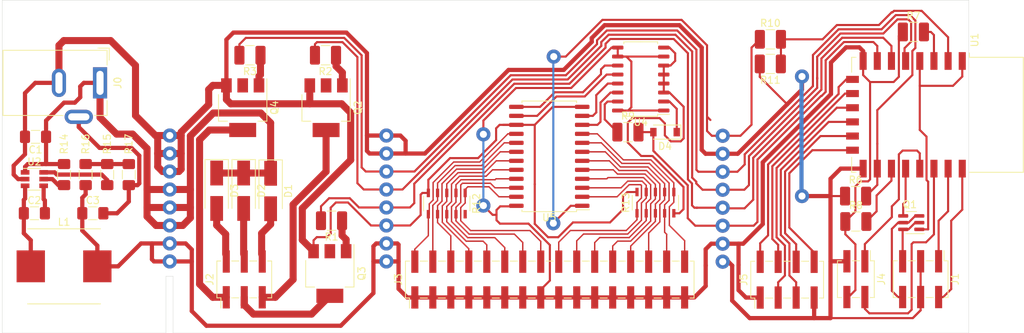
<source format=kicad_pcb>
(kicad_pcb (version 20171130) (host pcbnew 5.1.6-c6e7f7d~86~ubuntu20.04.1)
  (layers (0 F.Cu signal) (31 B.Cu signal) (34 B.Paste user) (35 F.Paste user) (36 B.SilkS user) (37 F.SilkS user) (38 B.Mask user) (39 F.Mask user) (44 Edge.Cuts user))
  (net 0 "")
  (net 1 GNDPWR)
  (net 2 3V3)
  (net 3 RTS)
  (net 4 DTR)
  (net 5 "Net-(J3-Pad2)")
  (net 6 "Net-(J3-Pad4)")
  (net 7 "Net-(J3-Pad6)")
  (net 8 "Net-(J3-Pad8)")
  (net 9 "Net-(J3-Pad10)")
  (net 10 "Net-(J3-Pad12)")
  (net 11 "Net-(J3-Pad14)")
  (net 12 "Net-(J3-Pad16)")
  (net 13 "Net-(J3-Pad18)")
  (net 14 "Net-(J3-Pad20)")
  (net 15 "Net-(J3-Pad22)")
  (net 16 "Net-(J3-Pad24)")
  (net 17 "Net-(J3-Pad26)")
  (net 18 "Net-(J3-Pad28)")
  (net 19 "Net-(J3-Pad30)")
  (net 20 "Net-(J3-Pad32)")
  (net 21 D3)
  (net 22 D2)
  (net 23 D1)
  (net 24 12V)
  (net 25 RESET)
  (net 26 IO0)
  (net 27 MM)
  (net 28 IO2)
  (net 29 CH_PD)
  (net 30 SEL)
  (net 31 SIG1)
  (net 32 SIG2)
  (net 33 "Net-(J1-Pad2)")
  (net 34 "Net-(Q2-Pad1)")
  (net 35 "Net-(J1-Pad1)")
  (net 36 "Net-(Q3-Pad1)")
  (net 37 "Net-(Q4-Pad1)")
  (net 38 "Net-(R10-Pad1)")
  (net 39 "Net-(U4-Pad11)")
  (net 40 "Net-(U4-Pad12)")
  (net 41 "Net-(U4-Pad13)")
  (net 42 "Net-(U4-Pad14)")
  (net 43 IO15)
  (net 44 SDA)
  (net 45 SCL)
  (net 46 "Net-(J5-Pad2)")
  (net 47 "Net-(J5-Pad6)")
  (net 48 "Net-(J5-Pad8)")
  (net 49 IO9)
  (net 50 "Net-(J5-Pad4)")
  (net 51 IO10)
  (net 52 "Net-(C2-Pad1)")
  (net 53 "Net-(C2-Pad2)")
  (net 54 "Net-(D1-Pad2)")
  (net 55 "Net-(D2-Pad2)")
  (net 56 "Net-(D3-Pad2)")
  (net 57 "Net-(D4-Pad1)")
  (net 58 "Net-(R9-Pad1)")
  (net 59 "Net-(R14-Pad2)")
  (net 60 "Net-(R15-Pad1)")
  (net 61 "Net-(R15-Pad2)")
  (module Connector_PinHeader_2.54mm:PinHeader_2x03_P2.54mm_Vertical_SMD (layer F.Cu) (at 153.69286 55.3974 270)
    (fp_text reference J1 (at 0 -4.87 90) (layer F.SilkS))
    (fp_text value SERIAL)
    (pad 6 smd rect (at 2.525 2.54 270) (size 3.15 1) (layers F.Cu F.Paste F.Mask) (net 3 RTS))
    (pad 5 smd rect (at -2.525 2.54 270) (size 3.15 1) (layers F.Cu F.Paste F.Mask) (net 4 DTR))
    (pad 4 smd rect (at 2.525 0 270) (size 3.15 1) (layers F.Cu F.Paste F.Mask) (net 1 GNDPWR))
    (pad 3 smd rect (at -2.525 0 270) (size 3.15 1) (layers F.Cu F.Paste F.Mask) (net 1 GNDPWR))
    (pad 2 smd rect (at 2.525 -2.54 270) (size 3.15 1) (layers F.Cu F.Paste F.Mask) (net 33 "Net-(J1-Pad2)"))
    (pad 1 smd rect (at -2.525 -2.54 270) (size 3.15 1) (layers F.Cu F.Paste F.Mask) (net 35 "Net-(J1-Pad1)"))
  )
  (module Connector_PinHeader_2.54mm:PinHeader_2x02_P2.54mm_Vertical_SMD (layer F.Cu) (at 144.54886 55.3974 270)
    (fp_text reference J4 (at 0 -3.6 90) (layer F.SilkS))
    (fp_text value I2C)
    (pad 4 smd rect (at 2.525 1.27 270) (size 3.15 1) (layers F.Cu F.Paste F.Mask) (net 2 3V3))
    (pad 3 smd rect (at -2.525 1.27 270) (size 3.15 1) (layers F.Cu F.Paste F.Mask) (net 1 GNDPWR))
    (pad 2 smd rect (at 2.525 -1.27 270) (size 3.15 1) (layers F.Cu F.Paste F.Mask) (net 45 SCL))
    (pad 1 smd rect (at -2.525 -1.27 270) (size 3.15 1) (layers F.Cu F.Paste F.Mask) (net 44 SDA))
  )
  (module Resistor_SMD:R_1210_3225Metric_Pad1.42x2.65mm_HandSolder (layer F.Cu) (at 112.3585 34.63036)
    (fp_text reference R9 (at 0 -2.28) (layer F.SilkS))
    (fp_text value 10k)
    (pad 1 smd roundrect (at -1.4875 0) (size 1.425 2.65) (layers F.Cu F.Paste F.Mask) (roundrect_rratio 0.175439) (net 58 "Net-(R9-Pad1)"))
    (pad 2 smd roundrect (at 1.4875 0) (size 1.425 2.65) (layers F.Cu F.Paste F.Mask) (roundrect_rratio 0.175439) (net 30 SEL))
  )
  (module Package_SO:SOIC-16_4.55x10.3mm_P1.27mm (layer F.Cu) (at 114.173 27.13736 180)
    (fp_text reference U4 (at 0 -6.1) (layer F.SilkS))
    (fp_text value MC74HC161A)
    (pad 1 smd roundrect (at -3.25 -4.445 180) (size 1.6 0.55) (layers F.Cu F.Paste F.Mask) (net 2 3V3))
    (pad 2 smd roundrect (at -3.25 -3.175 180) (size 1.6 0.55) (layers F.Cu F.Paste F.Mask) (net 57 "Net-(D4-Pad1)"))
    (pad 3 smd roundrect (at -3.25 -1.905 180) (size 1.6 0.55) (layers F.Cu F.Paste F.Mask) (net 1 GNDPWR))
    (pad 4 smd roundrect (at -3.25 -0.635 180) (size 1.6 0.55) (layers F.Cu F.Paste F.Mask) (net 1 GNDPWR))
    (pad 5 smd roundrect (at -3.25 0.635 180) (size 1.6 0.55) (layers F.Cu F.Paste F.Mask) (net 1 GNDPWR))
    (pad 6 smd roundrect (at -3.25 1.905 180) (size 1.6 0.55) (layers F.Cu F.Paste F.Mask) (net 1 GNDPWR))
    (pad 7 smd roundrect (at -3.25 3.175 180) (size 1.6 0.55) (layers F.Cu F.Paste F.Mask) (net 2 3V3))
    (pad 8 smd roundrect (at -3.25 4.445 180) (size 1.6 0.55) (layers F.Cu F.Paste F.Mask) (net 1 GNDPWR))
    (pad 9 smd roundrect (at 3.25 4.445 180) (size 1.6 0.55) (layers F.Cu F.Paste F.Mask) (net 2 3V3))
    (pad 10 smd roundrect (at 3.25 3.175 180) (size 1.6 0.55) (layers F.Cu F.Paste F.Mask) (net 2 3V3))
    (pad 11 smd roundrect (at 3.25 1.905 180) (size 1.6 0.55) (layers F.Cu F.Paste F.Mask) (net 39 "Net-(U4-Pad11)"))
    (pad 12 smd roundrect (at 3.25 0.635 180) (size 1.6 0.55) (layers F.Cu F.Paste F.Mask) (net 40 "Net-(U4-Pad12)"))
    (pad 13 smd roundrect (at 3.25 -0.635 180) (size 1.6 0.55) (layers F.Cu F.Paste F.Mask) (net 41 "Net-(U4-Pad13)"))
    (pad 14 smd roundrect (at 3.25 -1.905 180) (size 1.6 0.55) (layers F.Cu F.Paste F.Mask) (net 42 "Net-(U4-Pad14)"))
    (pad 15 smd roundrect (at 3.25 -3.175 180) (size 1.6 0.55) (layers F.Cu F.Paste F.Mask) (net 58 "Net-(R9-Pad1)"))
    (pad 16 smd roundrect (at 3.25 -4.445 180) (size 1.6 0.55) (layers F.Cu F.Paste F.Mask) (net 2 3V3))
  )
  (module Diode_SMD:D_SOD-123 (layer F.Cu) (at 117.602 34.63036 180)
    (fp_text reference D4 (at 0 -2) (layer F.SilkS))
    (fp_text value D_SHOTTKY)
    (pad 2 smd rect (at 1.65 0 180) (size 0.9 1.2) (layers F.Cu F.Paste F.Mask) (net 30 SEL))
    (pad 1 smd rect (at -1.65 0 180) (size 0.9 1.2) (layers F.Cu F.Paste F.Mask) (net 57 "Net-(D4-Pad1)"))
  )
  (module mini-serre:BarrelJack_Wuerth_6941xx301002 (layer F.Cu) (at 37.81298 27.67584 270)
    (fp_text reference J0 (at 0 -2.5 90) (layer F.SilkS))
    (fp_text value POWER)
    (pad 3 thru_hole oval (at 4.8 3) (size 4 2) (drill oval 3 1) (layers *.Cu *.Mask) (net 1 GNDPWR))
    (pad 2 thru_hole oval (at 0 5.8 270) (size 4 2) (drill oval 3 1) (layers *.Cu *.Mask) (net 1 GNDPWR))
    (pad 1 thru_hole rect (at 0 0 270) (size 4.4 2) (drill oval 3.4 1) (layers *.Cu *.Mask) (net 24 12V))
  )
  (module mini-serre:R_Array_Convex_5x1206 (layer F.Cu) (at 116.24056 44.59224 90)
    (fp_text reference R13 (at 0 -4.2 90) (layer F.SilkS))
    (fp_text value 10k)
    (pad 8 smd rect (at 1.5 0 90) (size 1.2 0.45) (layers F.Cu F.Paste F.Mask) (net 16 "Net-(J3-Pad24)"))
    (pad 9 smd rect (at 1.5 -1.3 90) (size 1.2 0.45) (layers F.Cu F.Paste F.Mask) (net 14 "Net-(J3-Pad20)"))
    (pad 6 smd rect (at 1.5 2.6 90) (size 1.2 0.45) (layers F.Cu F.Paste F.Mask) (net 20 "Net-(J3-Pad32)"))
    (pad 10 smd rect (at 1.5 -2.6 90) (size 1.2 0.45) (layers F.Cu F.Paste F.Mask) (net 1 GNDPWR))
    (pad 7 smd rect (at 1.5 1.3 90) (size 1.2 0.45) (layers F.Cu F.Paste F.Mask) (net 18 "Net-(J3-Pad28)"))
    (pad 3 smd rect (at -1.5 0 90) (size 1.2 0.45) (layers F.Cu F.Paste F.Mask) (net 17 "Net-(J3-Pad26)"))
    (pad 4 smd rect (at -1.5 1.3 90) (size 1.2 0.45) (layers F.Cu F.Paste F.Mask) (net 19 "Net-(J3-Pad30)"))
    (pad 2 smd rect (at -1.5 -1.3 90) (size 1.2 0.45) (layers F.Cu F.Paste F.Mask) (net 15 "Net-(J3-Pad22)"))
    (pad 5 smd rect (at -1.5 2.6 90) (size 1.2 0.45) (layers F.Cu F.Paste F.Mask) (net 1 GNDPWR))
    (pad 1 smd rect (at -1.5 -2.6 90) (size 1.2 0.45) (layers F.Cu F.Paste F.Mask) (net 13 "Net-(J3-Pad18)"))
  )
  (module Package_SO:SC-74-6_1.5x2.9mm_P0.95mm (layer F.Cu) (at 152.36952 47.41418 180)
    (fp_text reference Q1 (at 0.20066 2.55778) (layer F.SilkS))
    (fp_text value IMH20TR1G)
    (pad 6 smd roundrect (at 1.1375 -0.95 180) (size 1.425 0.5) (layers F.Cu F.Paste F.Mask) (net 4 DTR))
    (pad 5 smd roundrect (at 1.1375 0 180) (size 1.425 0.5) (layers F.Cu F.Paste F.Mask) (net 3 RTS))
    (pad 4 smd roundrect (at 1.1375 0.95 180) (size 1.425 0.5) (layers F.Cu F.Paste F.Mask) (net 26 IO0))
    (pad 3 smd roundrect (at -1.1375 0.95 180) (size 1.425 0.5) (layers F.Cu F.Paste F.Mask) (net 3 RTS))
    (pad 2 smd roundrect (at -1.1375 0 180) (size 1.425 0.5) (layers F.Cu F.Paste F.Mask) (net 4 DTR))
    (pad 1 smd roundrect (at -1.1375 -0.95 180) (size 1.425 0.5) (layers F.Cu F.Paste F.Mask) (net 25 RESET))
  )
  (module Resistor_SMD:R_1210_3225Metric_Pad1.42x2.65mm_HandSolder (layer F.Cu) (at 70.50438 47.1424 180)
    (fp_text reference R1 (at 0 -2.28) (layer F.SilkS))
    (fp_text value 220)
    (pad 2 smd roundrect (at 1.4875 0 180) (size 1.425 2.65) (layers F.Cu F.Paste F.Mask) (roundrect_rratio 0.175439) (net 31 SIG1))
    (pad 1 smd roundrect (at -1.4875 0 180) (size 1.425 2.65) (layers F.Cu F.Paste F.Mask) (roundrect_rratio 0.175439) (net 36 "Net-(Q3-Pad1)"))
  )
  (module Package_TO_SOT_SMD:SOT-223 (layer F.Cu) (at 69.7344 31.18612 270)
    (fp_text reference Q2 (at 0 -4.5 90) (layer F.SilkS))
    (fp_text value VNN3NV04PTR)
    (pad 1 smd rect (at -3.15 -2.3 270) (size 2 1.5) (layers F.Cu F.Paste F.Mask) (net 34 "Net-(Q2-Pad1)"))
    (pad 3 smd rect (at -3.15 2.3 270) (size 2 1.5) (layers F.Cu F.Paste F.Mask) (net 1 GNDPWR))
    (pad 2 smd rect (at -3.15 0 270) (size 2 1.5) (layers F.Cu F.Paste F.Mask) (net 23 D1))
    (pad 4 smd rect (at 3.15 0 270) (size 2 3.8) (layers F.Cu F.Paste F.Mask) (net 23 D1))
  )
  (module Resistor_SMD:R_1210_3225Metric_Pad1.42x2.65mm_HandSolder (layer F.Cu) (at 58.98388 23.7744 180)
    (fp_text reference R3 (at 0 -2.28) (layer F.SilkS))
    (fp_text value 220)
    (pad 2 smd roundrect (at 1.4875 0 180) (size 1.425 2.65) (layers F.Cu F.Paste F.Mask) (roundrect_rratio 0.175439) (net 43 IO15))
    (pad 1 smd roundrect (at -1.4875 0 180) (size 1.425 2.65) (layers F.Cu F.Paste F.Mask) (roundrect_rratio 0.175439) (net 37 "Net-(Q4-Pad1)"))
  )
  (module Package_TO_SOT_SMD:SOT-223 (layer F.Cu) (at 70.26656 54.59984 270)
    (fp_text reference Q3 (at 0 -4.5 90) (layer F.SilkS))
    (fp_text value VNN3NV04PTR)
    (pad 1 smd rect (at -3.15 -2.3 270) (size 2 1.5) (layers F.Cu F.Paste F.Mask) (net 36 "Net-(Q3-Pad1)"))
    (pad 3 smd rect (at -3.15 2.3 270) (size 2 1.5) (layers F.Cu F.Paste F.Mask) (net 1 GNDPWR))
    (pad 2 smd rect (at -3.15 0 270) (size 2 1.5) (layers F.Cu F.Paste F.Mask) (net 22 D2))
    (pad 4 smd rect (at 3.15 0 270) (size 2 3.8) (layers F.Cu F.Paste F.Mask) (net 22 D2))
  )
  (module Resistor_SMD:R_1210_3225Metric_Pad1.42x2.65mm_HandSolder (layer F.Cu) (at 69.65188 23.7744 180)
    (fp_text reference R2 (at 0 -2.28) (layer F.SilkS))
    (fp_text value 220)
    (pad 2 smd roundrect (at 1.4875 0 180) (size 1.425 2.65) (layers F.Cu F.Paste F.Mask) (roundrect_rratio 0.175439) (net 32 SIG2))
    (pad 1 smd roundrect (at -1.4875 0 180) (size 1.425 2.65) (layers F.Cu F.Paste F.Mask) (roundrect_rratio 0.175439) (net 34 "Net-(Q2-Pad1)"))
  )
  (module Package_TO_SOT_SMD:SOT-223 (layer F.Cu) (at 57.96026 31.18104 270)
    (fp_text reference Q4 (at 0 -4.5 90) (layer F.SilkS))
    (fp_text value VNN3NV04PTR)
    (pad 1 smd rect (at -3.15 -2.3 270) (size 2 1.5) (layers F.Cu F.Paste F.Mask) (net 37 "Net-(Q4-Pad1)"))
    (pad 3 smd rect (at -3.15 2.3 270) (size 2 1.5) (layers F.Cu F.Paste F.Mask) (net 1 GNDPWR))
    (pad 2 smd rect (at -3.15 0 270) (size 2 1.5) (layers F.Cu F.Paste F.Mask) (net 21 D3))
    (pad 4 smd rect (at 3.15 0 270) (size 2 3.8) (layers F.Cu F.Paste F.Mask) (net 21 D3))
  )
  (module Connector_PinHeader_2.54mm:PinHeader_2x16_P2.54mm_Vertical_SMD (layer F.Cu) (at 101.31806 55.45074 90)
    (fp_text reference J3 (at 0 -21.38 90) (layer F.SilkS))
    (fp_text value SEN)
    (pad 32 smd rect (at 2.525 19.05 90) (size 3.15 1) (layers F.Cu F.Paste F.Mask) (net 20 "Net-(J3-Pad32)"))
    (pad 31 smd rect (at -2.525 19.05 90) (size 3.15 1) (layers F.Cu F.Paste F.Mask) (net 2 3V3))
    (pad 30 smd rect (at 2.525 16.51 90) (size 3.15 1) (layers F.Cu F.Paste F.Mask) (net 19 "Net-(J3-Pad30)"))
    (pad 29 smd rect (at -2.525 16.51 90) (size 3.15 1) (layers F.Cu F.Paste F.Mask) (net 2 3V3))
    (pad 28 smd rect (at 2.525 13.97 90) (size 3.15 1) (layers F.Cu F.Paste F.Mask) (net 18 "Net-(J3-Pad28)"))
    (pad 27 smd rect (at -2.525 13.97 90) (size 3.15 1) (layers F.Cu F.Paste F.Mask) (net 2 3V3))
    (pad 26 smd rect (at 2.525 11.43 90) (size 3.15 1) (layers F.Cu F.Paste F.Mask) (net 17 "Net-(J3-Pad26)"))
    (pad 25 smd rect (at -2.525 11.43 90) (size 3.15 1) (layers F.Cu F.Paste F.Mask) (net 2 3V3))
    (pad 24 smd rect (at 2.525 8.89 90) (size 3.15 1) (layers F.Cu F.Paste F.Mask) (net 16 "Net-(J3-Pad24)"))
    (pad 23 smd rect (at -2.525 8.89 90) (size 3.15 1) (layers F.Cu F.Paste F.Mask) (net 2 3V3))
    (pad 22 smd rect (at 2.525 6.35 90) (size 3.15 1) (layers F.Cu F.Paste F.Mask) (net 15 "Net-(J3-Pad22)"))
    (pad 21 smd rect (at -2.525 6.35 90) (size 3.15 1) (layers F.Cu F.Paste F.Mask) (net 2 3V3))
    (pad 20 smd rect (at 2.525 3.81 90) (size 3.15 1) (layers F.Cu F.Paste F.Mask) (net 14 "Net-(J3-Pad20)"))
    (pad 19 smd rect (at -2.525 3.81 90) (size 3.15 1) (layers F.Cu F.Paste F.Mask) (net 2 3V3))
    (pad 18 smd rect (at 2.525 1.27 90) (size 3.15 1) (layers F.Cu F.Paste F.Mask) (net 13 "Net-(J3-Pad18)"))
    (pad 17 smd rect (at -2.525 1.27 90) (size 3.15 1) (layers F.Cu F.Paste F.Mask) (net 2 3V3))
    (pad 16 smd rect (at 2.525 -1.27 90) (size 3.15 1) (layers F.Cu F.Paste F.Mask) (net 12 "Net-(J3-Pad16)"))
    (pad 15 smd rect (at -2.525 -1.27 90) (size 3.15 1) (layers F.Cu F.Paste F.Mask) (net 2 3V3))
    (pad 14 smd rect (at 2.525 -3.81 90) (size 3.15 1) (layers F.Cu F.Paste F.Mask) (net 11 "Net-(J3-Pad14)"))
    (pad 13 smd rect (at -2.525 -3.81 90) (size 3.15 1) (layers F.Cu F.Paste F.Mask) (net 2 3V3))
    (pad 12 smd rect (at 2.525 -6.35 90) (size 3.15 1) (layers F.Cu F.Paste F.Mask) (net 10 "Net-(J3-Pad12)"))
    (pad 11 smd rect (at -2.525 -6.35 90) (size 3.15 1) (layers F.Cu F.Paste F.Mask) (net 2 3V3))
    (pad 10 smd rect (at 2.525 -8.89 90) (size 3.15 1) (layers F.Cu F.Paste F.Mask) (net 9 "Net-(J3-Pad10)"))
    (pad 9 smd rect (at -2.525 -8.89 90) (size 3.15 1) (layers F.Cu F.Paste F.Mask) (net 2 3V3))
    (pad 8 smd rect (at 2.525 -11.43 90) (size 3.15 1) (layers F.Cu F.Paste F.Mask) (net 8 "Net-(J3-Pad8)"))
    (pad 7 smd rect (at -2.525 -11.43 90) (size 3.15 1) (layers F.Cu F.Paste F.Mask) (net 2 3V3))
    (pad 6 smd rect (at 2.525 -13.97 90) (size 3.15 1) (layers F.Cu F.Paste F.Mask) (net 7 "Net-(J3-Pad6)"))
    (pad 5 smd rect (at -2.525 -13.97 90) (size 3.15 1) (layers F.Cu F.Paste F.Mask) (net 2 3V3))
    (pad 4 smd rect (at 2.525 -16.51 90) (size 3.15 1) (layers F.Cu F.Paste F.Mask) (net 6 "Net-(J3-Pad4)"))
    (pad 3 smd rect (at -2.525 -16.51 90) (size 3.15 1) (layers F.Cu F.Paste F.Mask) (net 2 3V3))
    (pad 2 smd rect (at 2.525 -19.05 90) (size 3.15 1) (layers F.Cu F.Paste F.Mask) (net 5 "Net-(J3-Pad2)"))
    (pad 1 smd rect (at -2.525 -19.05 90) (size 3.15 1) (layers F.Cu F.Paste F.Mask) (net 2 3V3))
  )
  (module Resistor_SMD:R_1210_3225Metric_Pad1.42x2.65mm_HandSolder (layer F.Cu) (at 132.47784 21.5265)
    (fp_text reference R10 (at 0 -2.28) (layer F.SilkS))
    (fp_text value 4k7)
    (pad 2 smd roundrect (at 1.4875 0) (size 1.425 2.65) (layers F.Cu F.Paste F.Mask) (roundrect_rratio 0.175439) (net 27 MM))
    (pad 1 smd roundrect (at -1.4875 0) (size 1.425 2.65) (layers F.Cu F.Paste F.Mask) (roundrect_rratio 0.175439) (net 38 "Net-(R10-Pad1)"))
  )
  (module Resistor_SMD:R_1210_3225Metric_Pad1.42x2.65mm_HandSolder (layer F.Cu) (at 144.54538 47.2567)
    (fp_text reference R8 (at 0 -2.28) (layer F.SilkS))
    (fp_text value 10k)
    (pad 2 smd roundrect (at 1.4875 0) (size 1.425 2.65) (layers F.Cu F.Paste F.Mask) (roundrect_rratio 0.175439) (net 28 IO2))
    (pad 1 smd roundrect (at -1.4875 0) (size 1.425 2.65) (layers F.Cu F.Paste F.Mask) (roundrect_rratio 0.175439) (net 2 3V3))
  )
  (module Resistor_SMD:R_1210_3225Metric_Pad1.42x2.65mm_HandSolder (layer F.Cu) (at 152.67272 20.4851)
    (fp_text reference R7 (at 0 -2.28) (layer F.SilkS))
    (fp_text value 10k)
    (pad 2 smd roundrect (at 1.4875 0) (size 1.425 2.65) (layers F.Cu F.Paste F.Mask) (roundrect_rratio 0.175439) (net 29 CH_PD))
    (pad 1 smd roundrect (at -1.4875 0) (size 1.425 2.65) (layers F.Cu F.Paste F.Mask) (roundrect_rratio 0.175439) (net 2 3V3))
  )
  (module Resistor_SMD:R_1210_3225Metric_Pad1.42x2.65mm_HandSolder (layer F.Cu) (at 144.50916 43.6626)
    (fp_text reference R6 (at 0 -2.28) (layer F.SilkS))
    (fp_text value 4.7k)
    (pad 2 smd roundrect (at 1.4875 0) (size 1.425 2.65) (layers F.Cu F.Paste F.Mask) (roundrect_rratio 0.175439) (net 43 IO15))
    (pad 1 smd roundrect (at -1.4875 0) (size 1.425 2.65) (layers F.Cu F.Paste F.Mask) (roundrect_rratio 0.175439) (net 1 GNDPWR))
  )
  (module Resistor_SMD:R_1210_3225Metric_Pad1.42x2.65mm_HandSolder (layer F.Cu) (at 132.46702 25.00122 180)
    (fp_text reference R11 (at 0 -2.28) (layer F.SilkS))
    (fp_text value 2k)
    (pad 2 smd roundrect (at 1.4875 0 180) (size 1.425 2.65) (layers F.Cu F.Paste F.Mask) (roundrect_rratio 0.175439) (net 1 GNDPWR))
    (pad 1 smd roundrect (at -1.4875 0 180) (size 1.425 2.65) (layers F.Cu F.Paste F.Mask) (roundrect_rratio 0.175439) (net 27 MM))
  )
  (module RF_Module:ESP-12E (layer F.Cu) (at 156.07284 32.18688 270)
    (fp_text reference U1 (at -10.56 -5.26 90) (layer F.SilkS))
    (fp_text value ESP-12E)
    (pad 22 smd rect (at 7.6 -3.5 270) (size 2.5 1) (layers F.Cu F.Paste F.Mask) (net 33 "Net-(J1-Pad2)"))
    (pad 21 smd rect (at 7.6 -1.5 270) (size 2.5 1) (layers F.Cu F.Paste F.Mask) (net 35 "Net-(J1-Pad1)"))
    (pad 20 smd rect (at 7.6 0.5 270) (size 2.5 1) (layers F.Cu F.Paste F.Mask) (net 45 SCL))
    (pad 19 smd rect (at 7.6 2.5 270) (size 2.5 1) (layers F.Cu F.Paste F.Mask) (net 44 SDA))
    (pad 18 smd rect (at 7.6 4.5 270) (size 2.5 1) (layers F.Cu F.Paste F.Mask) (net 26 IO0))
    (pad 17 smd rect (at 7.6 6.5 270) (size 2.5 1) (layers F.Cu F.Paste F.Mask) (net 28 IO2))
    (pad 16 smd rect (at 7.6 8.5 270) (size 2.5 1) (layers F.Cu F.Paste F.Mask) (net 43 IO15))
    (pad 15 smd rect (at 7.6 10.5 270) (size 2.5 1) (layers F.Cu F.Paste F.Mask) (net 1 GNDPWR))
    (pad 14 smd rect (at 5 12 270) (size 1 1.8) (layers F.Cu F.Paste F.Mask) (net 48 "Net-(J5-Pad8)"))
    (pad 13 smd rect (at 3 12 270) (size 1 1.8) (layers F.Cu F.Paste F.Mask) (net 47 "Net-(J5-Pad6)"))
    (pad 12 smd rect (at 1 12 270) (size 1 1.8) (layers F.Cu F.Paste F.Mask) (net 51 IO10))
    (pad 11 smd rect (at -1 12 270) (size 1 1.8) (layers F.Cu F.Paste F.Mask) (net 49 IO9))
    (pad 10 smd rect (at -3 12 270) (size 1 1.8) (layers F.Cu F.Paste F.Mask) (net 50 "Net-(J5-Pad4)"))
    (pad 9 smd rect (at -5 12 270) (size 1 1.8) (layers F.Cu F.Paste F.Mask) (net 46 "Net-(J5-Pad2)"))
    (pad 8 smd rect (at -7.6 10.5 270) (size 2.5 1) (layers F.Cu F.Paste F.Mask) (net 2 3V3))
    (pad 7 smd rect (at -7.6 8.5 270) (size 2.5 1) (layers F.Cu F.Paste F.Mask) (net 30 SEL))
    (pad 6 smd rect (at -7.6 6.5 270) (size 2.5 1) (layers F.Cu F.Paste F.Mask) (net 31 SIG1))
    (pad 5 smd rect (at -7.6 4.5 270) (size 2.5 1) (layers F.Cu F.Paste F.Mask) (net 32 SIG2))
    (pad 4 smd rect (at -7.6 2.5 270) (size 2.5 1) (layers F.Cu F.Paste F.Mask) (net 25 RESET))
    (pad 3 smd rect (at -7.6 0.5 270) (size 2.5 1) (layers F.Cu F.Paste F.Mask) (net 29 CH_PD))
    (pad 2 smd rect (at -7.6 -1.5 270) (size 2.5 1) (layers F.Cu F.Paste F.Mask) (net 27 MM))
    (pad 1 smd rect (at -7.6 -3.5 270) (size 2.5 1) (layers F.Cu F.Paste F.Mask) (net 25 RESET))
  )
  (module Package_SO:SOIC-24W_7.5x15.4mm_P1.27mm (layer F.Cu) (at 101.25456 38.05174 180)
    (fp_text reference U5 (at 0 -8.65) (layer F.SilkS))
    (fp_text value CD74HC4067M)
    (pad 24 smd roundrect (at 4.65 -6.985 180) (size 2.05 0.6) (layers F.Cu F.Paste F.Mask) (net 2 3V3))
    (pad 23 smd roundrect (at 4.65 -5.715 180) (size 2.05 0.6) (layers F.Cu F.Paste F.Mask) (net 12 "Net-(J3-Pad16)"))
    (pad 22 smd roundrect (at 4.65 -4.445 180) (size 2.05 0.6) (layers F.Cu F.Paste F.Mask) (net 11 "Net-(J3-Pad14)"))
    (pad 21 smd roundrect (at 4.65 -3.175 180) (size 2.05 0.6) (layers F.Cu F.Paste F.Mask) (net 10 "Net-(J3-Pad12)"))
    (pad 20 smd roundrect (at 4.65 -1.905 180) (size 2.05 0.6) (layers F.Cu F.Paste F.Mask) (net 9 "Net-(J3-Pad10)"))
    (pad 19 smd roundrect (at 4.65 -0.635 180) (size 2.05 0.6) (layers F.Cu F.Paste F.Mask) (net 8 "Net-(J3-Pad8)"))
    (pad 18 smd roundrect (at 4.65 0.635 180) (size 2.05 0.6) (layers F.Cu F.Paste F.Mask) (net 7 "Net-(J3-Pad6)"))
    (pad 17 smd roundrect (at 4.65 1.905 180) (size 2.05 0.6) (layers F.Cu F.Paste F.Mask) (net 6 "Net-(J3-Pad4)"))
    (pad 16 smd roundrect (at 4.65 3.175 180) (size 2.05 0.6) (layers F.Cu F.Paste F.Mask) (net 5 "Net-(J3-Pad2)"))
    (pad 15 smd roundrect (at 4.65 4.445 180) (size 2.05 0.6) (layers F.Cu F.Paste F.Mask) (net 1 GNDPWR))
    (pad 14 smd roundrect (at 4.65 5.715 180) (size 2.05 0.6) (layers F.Cu F.Paste F.Mask) (net 40 "Net-(U4-Pad12)"))
    (pad 13 smd roundrect (at 4.65 6.985 180) (size 2.05 0.6) (layers F.Cu F.Paste F.Mask) (net 39 "Net-(U4-Pad11)"))
    (pad 12 smd roundrect (at -4.65 6.985 180) (size 2.05 0.6) (layers F.Cu F.Paste F.Mask) (net 1 GNDPWR))
    (pad 11 smd roundrect (at -4.65 5.715 180) (size 2.05 0.6) (layers F.Cu F.Paste F.Mask) (net 41 "Net-(U4-Pad13)"))
    (pad 10 smd roundrect (at -4.65 4.445 180) (size 2.05 0.6) (layers F.Cu F.Paste F.Mask) (net 42 "Net-(U4-Pad14)"))
    (pad 9 smd roundrect (at -4.65 3.175 180) (size 2.05 0.6) (layers F.Cu F.Paste F.Mask) (net 20 "Net-(J3-Pad32)"))
    (pad 8 smd roundrect (at -4.65 1.905 180) (size 2.05 0.6) (layers F.Cu F.Paste F.Mask) (net 19 "Net-(J3-Pad30)"))
    (pad 7 smd roundrect (at -4.65 0.635 180) (size 2.05 0.6) (layers F.Cu F.Paste F.Mask) (net 18 "Net-(J3-Pad28)"))
    (pad 6 smd roundrect (at -4.65 -0.635 180) (size 2.05 0.6) (layers F.Cu F.Paste F.Mask) (net 17 "Net-(J3-Pad26)"))
    (pad 5 smd roundrect (at -4.65 -1.905 180) (size 2.05 0.6) (layers F.Cu F.Paste F.Mask) (net 16 "Net-(J3-Pad24)"))
    (pad 4 smd roundrect (at -4.65 -3.175 180) (size 2.05 0.6) (layers F.Cu F.Paste F.Mask) (net 15 "Net-(J3-Pad22)"))
    (pad 3 smd roundrect (at -4.65 -4.445 180) (size 2.05 0.6) (layers F.Cu F.Paste F.Mask) (net 14 "Net-(J3-Pad20)"))
    (pad 2 smd roundrect (at -4.65 -5.715 180) (size 2.05 0.6) (layers F.Cu F.Paste F.Mask) (net 13 "Net-(J3-Pad18)"))
    (pad 1 smd roundrect (at -4.65 -6.985 180) (size 2.05 0.6) (layers F.Cu F.Paste F.Mask) (net 38 "Net-(R10-Pad1)"))
  )
  (module mini-serre:R_Array_Convex_5x1206 (layer F.Cu) (at 86.77656 44.71924 270)
    (fp_text reference R12 (at 0 -4.2 90) (layer F.SilkS))
    (fp_text value 10k)
    (pad 8 smd rect (at 1.5 0 270) (size 1.2 0.45) (layers F.Cu F.Paste F.Mask) (net 9 "Net-(J3-Pad10)"))
    (pad 9 smd rect (at 1.5 -1.3 270) (size 1.2 0.45) (layers F.Cu F.Paste F.Mask) (net 11 "Net-(J3-Pad14)"))
    (pad 6 smd rect (at 1.5 2.6 270) (size 1.2 0.45) (layers F.Cu F.Paste F.Mask) (net 5 "Net-(J3-Pad2)"))
    (pad 10 smd rect (at 1.5 -2.6 270) (size 1.2 0.45) (layers F.Cu F.Paste F.Mask) (net 1 GNDPWR))
    (pad 7 smd rect (at 1.5 1.3 270) (size 1.2 0.45) (layers F.Cu F.Paste F.Mask) (net 7 "Net-(J3-Pad6)"))
    (pad 3 smd rect (at -1.5 0 270) (size 1.2 0.45) (layers F.Cu F.Paste F.Mask) (net 8 "Net-(J3-Pad8)"))
    (pad 4 smd rect (at -1.5 1.3 270) (size 1.2 0.45) (layers F.Cu F.Paste F.Mask) (net 6 "Net-(J3-Pad4)"))
    (pad 2 smd rect (at -1.5 -1.3 270) (size 1.2 0.45) (layers F.Cu F.Paste F.Mask) (net 10 "Net-(J3-Pad12)"))
    (pad 5 smd rect (at -1.5 2.6 270) (size 1.2 0.45) (layers F.Cu F.Paste F.Mask) (net 1 GNDPWR))
    (pad 1 smd rect (at -1.5 -2.6 270) (size 1.2 0.45) (layers F.Cu F.Paste F.Mask) (net 12 "Net-(J3-Pad16)"))
  )
  (module Connector_PinHeader_2.54mm:PinHeader_2x03_P2.54mm_Vertical_SMD (layer F.Cu) (at 58.18124 55.43042 90)
    (fp_text reference J2 (at 0 -4.87 90) (layer F.SilkS))
    (fp_text value ACT)
    (pad 6 smd rect (at 2.525 2.54 90) (size 3.15 1) (layers F.Cu F.Paste F.Mask) (net 54 "Net-(D1-Pad2)"))
    (pad 5 smd rect (at -2.525 2.54 90) (size 3.15 1) (layers F.Cu F.Paste F.Mask) (net 23 D1))
    (pad 4 smd rect (at 2.525 0 90) (size 3.15 1) (layers F.Cu F.Paste F.Mask) (net 55 "Net-(D2-Pad2)"))
    (pad 3 smd rect (at -2.525 0 90) (size 3.15 1) (layers F.Cu F.Paste F.Mask) (net 22 D2))
    (pad 2 smd rect (at 2.525 -2.54 90) (size 3.15 1) (layers F.Cu F.Paste F.Mask) (net 56 "Net-(D3-Pad2)"))
    (pad 1 smd rect (at -2.525 -2.54 90) (size 3.15 1) (layers F.Cu F.Paste F.Mask) (net 21 D3))
  )
  (module Connector_PinHeader_2.54mm:PinHeader_2x04_P2.54mm_Vertical_SMD (layer F.Cu) (at 134.84606 55.46852 90)
    (fp_text reference J5 (at 0 -6.14 90) (layer F.SilkS))
    (fp_text value EXT)
    (pad 8 smd rect (at 2.525 3.81 90) (size 3.15 1) (layers F.Cu F.Paste F.Mask) (net 48 "Net-(J5-Pad8)"))
    (pad 7 smd rect (at -2.525 3.81 90) (size 3.15 1) (layers F.Cu F.Paste F.Mask) (net 1 GNDPWR))
    (pad 6 smd rect (at 2.525 1.27 90) (size 3.15 1) (layers F.Cu F.Paste F.Mask) (net 47 "Net-(J5-Pad6)"))
    (pad 5 smd rect (at -2.525 1.27 90) (size 3.15 1) (layers F.Cu F.Paste F.Mask) (net 51 IO10))
    (pad 4 smd rect (at 2.525 -1.27 90) (size 3.15 1) (layers F.Cu F.Paste F.Mask) (net 50 "Net-(J5-Pad4)"))
    (pad 3 smd rect (at -2.525 -1.27 90) (size 3.15 1) (layers F.Cu F.Paste F.Mask) (net 49 IO9))
    (pad 2 smd rect (at 2.525 -3.81 90) (size 3.15 1) (layers F.Cu F.Paste F.Mask) (net 46 "Net-(J5-Pad2)"))
    (pad 1 smd rect (at -2.525 -3.81 90) (size 3.15 1) (layers F.Cu F.Paste F.Mask) (net 2 3V3))
  )
  (module Capacitor_SMD:C_1206_3216Metric_Pad1.42x1.75mm_HandSolder (layer F.Cu) (at 28.70548 35.29584 180)
    (fp_text reference C1 (at 0 -1.82) (layer F.SilkS))
    (fp_text value 22uF)
    (pad 1 smd roundrect (at -1.4875 0 180) (size 1.425 1.75) (layers F.Cu F.Paste F.Mask) (roundrect_rratio 0.175439) (net 24 12V))
    (pad 2 smd roundrect (at 1.4875 0 180) (size 1.425 1.75) (layers F.Cu F.Paste F.Mask) (roundrect_rratio 0.175439) (net 1 GNDPWR))
  )
  (module Capacitor_SMD:C_1206_3216Metric_Pad1.42x1.75mm_HandSolder (layer F.Cu) (at 28.54198 46.09084)
    (fp_text reference C2 (at 0 -1.82) (layer F.SilkS))
    (fp_text value 1uF)
    (pad 1 smd roundrect (at -1.4875 0) (size 1.425 1.75) (layers F.Cu F.Paste F.Mask) (roundrect_rratio 0.175439) (net 52 "Net-(C2-Pad1)"))
    (pad 2 smd roundrect (at 1.4875 0) (size 1.425 1.75) (layers F.Cu F.Paste F.Mask) (roundrect_rratio 0.175439) (net 53 "Net-(C2-Pad2)"))
  )
  (module Capacitor_SMD:C_1206_3216Metric_Pad1.42x1.75mm_HandSolder (layer F.Cu) (at 36.79698 46.09084)
    (fp_text reference C3 (at 0 -1.82) (layer F.SilkS))
    (fp_text value 22uF)
    (pad 2 smd roundrect (at 1.4875 0) (size 1.425 1.75) (layers F.Cu F.Paste F.Mask) (roundrect_rratio 0.175439) (net 1 GNDPWR))
    (pad 1 smd roundrect (at -1.4875 0) (size 1.425 1.75) (layers F.Cu F.Paste F.Mask) (roundrect_rratio 0.175439) (net 2 3V3))
  )
  (module Diode_SMD:D_SMA_Handsoldering (layer F.Cu) (at 61.90488 42.9514 270)
    (fp_text reference D1 (at 0 -2.5 90) (layer F.SilkS))
    (fp_text value D_Zener)
    (pad 1 smd rect (at -2.5 0 270) (size 3.5 1.8) (layers F.Cu F.Paste F.Mask) (net 24 12V))
    (pad 2 smd rect (at 2.5 0 270) (size 3.5 1.8) (layers F.Cu F.Paste F.Mask) (net 54 "Net-(D1-Pad2)"))
  )
  (module Diode_SMD:D_SMA_Handsoldering (layer F.Cu) (at 58.09488 42.9114 270)
    (fp_text reference D2 (at 0 -2.5 90) (layer F.SilkS))
    (fp_text value D_Zener)
    (pad 2 smd rect (at 2.5 0 270) (size 3.5 1.8) (layers F.Cu F.Paste F.Mask) (net 55 "Net-(D2-Pad2)"))
    (pad 1 smd rect (at -2.5 0 270) (size 3.5 1.8) (layers F.Cu F.Paste F.Mask) (net 24 12V))
  )
  (module Diode_SMD:D_SMA_Handsoldering (layer F.Cu) (at 54.28488 42.9114 270)
    (fp_text reference D3 (at 0 -2.5 90) (layer F.SilkS))
    (fp_text value D_Zener)
    (pad 1 smd rect (at -2.5 0 270) (size 3.5 1.8) (layers F.Cu F.Paste F.Mask) (net 24 12V))
    (pad 2 smd rect (at 2.5 0 270) (size 3.5 1.8) (layers F.Cu F.Paste F.Mask) (net 56 "Net-(D3-Pad2)"))
  )
  (module Inductor_SMD:L_Taiyo-Yuden_NR-10050_9.8x10.0mm_HandSoldering (layer F.Cu) (at 32.73298 53.58384)
    (fp_text reference L1 (at 0 -6.25) (layer F.SilkS))
    (fp_text value 6.5uH)
    (pad 1 smd rect (at -4.7 0) (size 4 4.5) (layers F.Cu F.Paste F.Mask) (net 52 "Net-(C2-Pad1)"))
    (pad 2 smd rect (at 4.7 0) (size 4 4.5) (layers F.Cu F.Paste F.Mask) (net 2 3V3))
  )
  (module Resistor_SMD:R_1206_3216Metric_Pad1.42x1.75mm_HandSolder (layer F.Cu) (at 32.73298 40.62984 270)
    (fp_text reference R14 (at -4.318 0 90) (layer F.SilkS))
    (fp_text value 100k)
    (pad 1 smd roundrect (at -1.4875 0 270) (size 1.425 1.75) (layers F.Cu F.Paste F.Mask) (roundrect_rratio 0.175439) (net 24 12V))
    (pad 2 smd roundrect (at 1.4875 0 270) (size 1.425 1.75) (layers F.Cu F.Paste F.Mask) (roundrect_rratio 0.175439) (net 59 "Net-(R14-Pad2)"))
  )
  (module Resistor_SMD:R_1206_3216Metric_Pad1.42x1.75mm_HandSolder (layer F.Cu) (at 38.82898 40.62984 270)
    (fp_text reference R15 (at -4.318 0 90) (layer F.SilkS))
    (fp_text value 59k)
    (pad 1 smd roundrect (at -1.4875 0 270) (size 1.425 1.75) (layers F.Cu F.Paste F.Mask) (roundrect_rratio 0.175439) (net 60 "Net-(R15-Pad1)"))
    (pad 2 smd roundrect (at 1.4875 0 270) (size 1.425 1.75) (layers F.Cu F.Paste F.Mask) (roundrect_rratio 0.175439) (net 61 "Net-(R15-Pad2)"))
  )
  (module Resistor_SMD:R_1206_3216Metric_Pad1.42x1.75mm_HandSolder (layer F.Cu) (at 35.78098 40.62984 90)
    (fp_text reference R16 (at 4.318 0 90) (layer F.SilkS))
    (fp_text value 40.2k)
    (pad 2 smd roundrect (at 1.4875 0 90) (size 1.425 1.75) (layers F.Cu F.Paste F.Mask) (roundrect_rratio 0.175439) (net 60 "Net-(R15-Pad1)"))
    (pad 1 smd roundrect (at -1.4875 0 90) (size 1.425 1.75) (layers F.Cu F.Paste F.Mask) (roundrect_rratio 0.175439) (net 2 3V3))
  )
  (module Resistor_SMD:R_1206_3216Metric_Pad1.42x1.75mm_HandSolder (layer F.Cu) (at 41.87698 40.63144 270)
    (fp_text reference R17 (at -4.3196 0 90) (layer F.SilkS))
    (fp_text value 13k)
    (pad 2 smd roundrect (at 1.4875 0 270) (size 1.425 1.75) (layers F.Cu F.Paste F.Mask) (roundrect_rratio 0.175439) (net 1 GNDPWR))
    (pad 1 smd roundrect (at -1.4875 0 270) (size 1.425 1.75) (layers F.Cu F.Paste F.Mask) (roundrect_rratio 0.175439) (net 60 "Net-(R15-Pad1)"))
  )
  (module Package_TO_SOT_SMD:TSOT-23-6 (layer F.Cu) (at 28.54198 41.26484)
    (fp_text reference U2 (at 0 -2.45) (layer F.SilkS))
    (fp_text value AP65111AWU)
    (pad 1 smd rect (at -1.31 -0.95) (size 1.22 0.65) (layers F.Cu F.Paste F.Mask) (net 24 12V))
    (pad 2 smd rect (at -1.31 0) (size 1.22 0.65) (layers F.Cu F.Paste F.Mask) (net 1 GNDPWR))
    (pad 3 smd rect (at -1.31 0.95) (size 1.22 0.65) (layers F.Cu F.Paste F.Mask) (net 52 "Net-(C2-Pad1)"))
    (pad 4 smd rect (at 1.31 0.95) (size 1.22 0.65) (layers F.Cu F.Paste F.Mask) (net 53 "Net-(C2-Pad2)"))
    (pad 5 smd rect (at 1.31 0) (size 1.22 0.65) (layers F.Cu F.Paste F.Mask) (net 59 "Net-(R14-Pad2)"))
    (pad 6 smd rect (at 1.31 -0.95) (size 1.22 0.65) (layers F.Cu F.Paste F.Mask) (net 61 "Net-(R15-Pad2)"))
  )
  (gr_line (start 48.125 63) (end 160.5 63) (layer Edge.Cuts) (width 0.05))
  (gr_line (start 48.125 55) (end 48.125 63) (layer Edge.Cuts) (width 0.05))
  (gr_line (start 47.125 55) (end 48.125 55) (layer Edge.Cuts) (width 0.05))
  (gr_line (start 47.125 63) (end 47.125 55) (layer Edge.Cuts) (width 0.05))
  (gr_line (start 160.5 63) (end 160.5 16) (layer Edge.Cuts) (width 0.05))
  (gr_line (start 24 63) (end 47.125 63) (layer Edge.Cuts) (width 0.05))
  (gr_line (start 24 16) (end 24 63) (layer Edge.Cuts) (width 0.05))
  (gr_line (start 160.5 16) (end 24 16) (layer Edge.Cuts) (width 0.05))
  (via (at 47.65802 35.11296) (size 2) (drill 1) (layers F.Cu B.Cu) (net 1))
  (via (at 47.65802 37.65296) (size 2) (drill 1) (layers F.Cu B.Cu) (net 1))
  (via (at 47.65802 42.73296) (size 2) (drill 1) (layers F.Cu B.Cu) (net 24))
  (via (at 47.65802 45.27296) (size 2) (drill 1) (layers F.Cu B.Cu) (net 24))
  (via (at 47.65802 47.81296) (size 2) (drill 1) (layers F.Cu B.Cu) (net 24))
  (via (at 47.65802 50.35296) (size 2) (drill 1) (layers F.Cu B.Cu) (net 2))
  (via (at 47.65802 52.89296) (size 2) (drill 1) (layers F.Cu B.Cu) (net 2))
  (via (at 78.24724 50.3555) (size 2) (drill 1) (layers F.Cu B.Cu) (net 2))
  (via (at 78.24724 45.2755) (size 2) (drill 1) (layers F.Cu B.Cu) (net 31))
  (via (at 78.24724 47.8155) (size 2) (drill 1) (layers F.Cu B.Cu) (net 1))
  (via (at 78.24724 35.1155) (size 2) (drill 1) (layers F.Cu B.Cu) (net 1))
  (via (at 78.24724 40.1955) (size 2) (drill 1) (layers F.Cu B.Cu) (net 43))
  (via (at 78.24724 52.8955) (size 2) (drill 1) (layers F.Cu B.Cu) (net 2))
  (via (at 125.74016 45.30852) (size 2) (drill 1) (layers F.Cu B.Cu) (net 31))
  (via (at 125.74016 47.84852) (size 2) (drill 1) (layers F.Cu B.Cu) (net 30))
  (via (at 125.74016 35.14852) (size 2) (drill 1) (layers F.Cu B.Cu) (net 38))
  (via (at 125.74016 40.22852) (size 2) (drill 1) (layers F.Cu B.Cu) (net 43))
  (via (at 125.74016 52.92852) (size 2) (drill 1) (layers F.Cu B.Cu) (net 1))
  (segment (start 41.87698 42.11894) (end 41.87698 44.43984) (width 0.595) (layer F.Cu) (net 1))
  (segment (start 40.22598 46.09084) (end 38.28448 46.09084) (width 0.595) (layer F.Cu) (net 1))
  (segment (start 41.87698 44.43984) (end 40.22598 46.09084) (width 0.595) (layer F.Cu) (net 1))
  (segment (start 32.01298 27.67584) (end 28.66898 27.67584) (width 0.595) (layer F.Cu) (net 1))
  (segment (start 27.21798 29.12684) (end 27.21798 35.29584) (width 0.595) (layer F.Cu) (net 1))
  (segment (start 28.66898 27.67584) (end 27.21798 29.12684) (width 0.595) (layer F.Cu) (net 1))
  (segment (start 27.21798 35.29584) (end 27.21798 37.76284) (width 0.595) (layer F.Cu) (net 1))
  (segment (start 27.21798 37.76284) (end 25.62098 39.35984) (width 0.595) (layer F.Cu) (net 1))
  (segment (start 25.62098 39.35984) (end 25.62098 40.62984) (width 0.595) (layer F.Cu) (net 1))
  (segment (start 26.25598 41.26484) (end 27.23198 41.26484) (width 0.595) (layer F.Cu) (net 1))
  (segment (start 25.62098 40.62984) (end 26.25598 41.26484) (width 0.595) (layer F.Cu) (net 1))
  (segment (start 73.20788 38.56689) (end 73.20788 31.9024) (width 0.995) (layer F.Cu) (net 1))
  (segment (start 66.37989 45.39488) (end 73.20788 38.56689) (width 0.995) (layer F.Cu) (net 1))
  (segment (start 66.37989 49.86317) (end 66.37989 45.39488) (width 0.995) (layer F.Cu) (net 1))
  (segment (start 67.96656 51.44984) (end 66.37989 49.86317) (width 0.995) (layer F.Cu) (net 1))
  (segment (start 55.66026 30.02604) (end 56.26662 30.6324) (width 0.995) (layer F.Cu) (net 1))
  (segment (start 55.66026 28.03104) (end 55.66026 30.02604) (width 0.995) (layer F.Cu) (net 1))
  (segment (start 56.26662 30.6324) (end 71.93788 30.6324) (width 0.995) (layer F.Cu) (net 1))
  (segment (start 73.20788 31.9024) (end 71.93788 30.6324) (width 0.995) (layer F.Cu) (net 1))
  (segment (start 67.4344 28.03612) (end 67.4344 30.6324) (width 0.995) (layer F.Cu) (net 1))
  (segment (start 153.69286 57.9224) (end 153.69286 52.8724) (width 0.295) (layer F.Cu) (net 1))
  (segment (start 117.423 25.23236) (end 117.423 26.50236) (width 0.295) (layer F.Cu) (net 1))
  (segment (start 117.423 26.50236) (end 117.423 27.77236) (width 0.295) (layer F.Cu) (net 1))
  (segment (start 117.423 27.77236) (end 117.423 29.04236) (width 0.295) (layer F.Cu) (net 1))
  (segment (start 96.60456 33.60674) (end 99.20224 33.60674) (width 0.295) (layer F.Cu) (net 1))
  (segment (start 101.74224 31.06674) (end 105.90456 31.06674) (width 0.295) (layer F.Cu) (net 1))
  (segment (start 99.20224 33.60674) (end 101.74224 31.06674) (width 0.295) (layer F.Cu) (net 1))
  (segment (start 99.20224 33.60674) (end 99.20224 41.99128) (width 0.295) (layer F.Cu) (net 1))
  (segment (start 104.5972 47.38624) (end 109.83214 47.38624) (width 0.295) (layer F.Cu) (net 1))
  (segment (start 109.83214 47.38624) (end 111.66856 45.54982) (width 0.295) (layer F.Cu) (net 1))
  (segment (start 111.66856 45.54982) (end 111.66856 43.70129) (width 0.295) (layer F.Cu) (net 1))
  (segment (start 112.27761 43.09224) (end 113.64056 43.09224) (width 0.295) (layer F.Cu) (net 1))
  (segment (start 111.66856 43.70129) (end 112.27761 43.09224) (width 0.295) (layer F.Cu) (net 1))
  (segment (start 117.423 25.23236) (end 118.36908 25.23236) (width 0.295) (layer F.Cu) (net 1))
  (segment (start 118.36908 25.23236) (end 119.03202 24.56942) (width 0.295) (layer F.Cu) (net 1))
  (segment (start 118.223 22.69236) (end 117.423 22.69236) (width 0.295) (layer F.Cu) (net 1))
  (segment (start 119.03202 23.50138) (end 118.223 22.69236) (width 0.295) (layer F.Cu) (net 1))
  (segment (start 119.03202 24.56942) (end 119.03202 23.50138) (width 0.295) (layer F.Cu) (net 1))
  (segment (start 34.81298 32.47584) (end 34.81298 33.92398) (width 0.595) (layer F.Cu) (net 1))
  (segment (start 34.81298 33.92398) (end 37.74948 36.86048) (width 0.595) (layer F.Cu) (net 1))
  (segment (start 37.74948 36.86048) (end 42.26052 36.86048) (width 0.595) (layer F.Cu) (net 1))
  (segment (start 43.35449 37.95445) (end 43.35449 41.87775) (width 0.595) (layer F.Cu) (net 1))
  (segment (start 42.26052 36.86048) (end 43.35449 37.95445) (width 0.595) (layer F.Cu) (net 1))
  (segment (start 43.1133 42.11894) (end 41.87698 42.11894) (width 0.595) (layer F.Cu) (net 1))
  (segment (start 43.35449 41.87775) (end 43.1133 42.11894) (width 0.595) (layer F.Cu) (net 1))
  (segment (start 35.78098 42.11734) (end 35.78098 43.42384) (width 0.595) (layer F.Cu) (net 2))
  (segment (start 35.30948 43.89534) (end 35.30948 46.09084) (width 0.595) (layer F.Cu) (net 2))
  (segment (start 35.78098 43.42384) (end 35.30948 43.89534) (width 0.595) (layer F.Cu) (net 2))
  (segment (start 35.30948 46.09084) (end 35.30948 48.54034) (width 0.595) (layer F.Cu) (net 2))
  (segment (start 37.43298 50.66384) (end 37.43298 53.58384) (width 0.595) (layer F.Cu) (net 2))
  (segment (start 35.30948 48.54034) (end 37.43298 50.66384) (width 0.595) (layer F.Cu) (net 2))
  (segment (start 120.36806 57.97574) (end 117.82806 57.97574) (width 0.595) (layer F.Cu) (net 2))
  (segment (start 117.82806 57.97574) (end 115.28806 57.97574) (width 0.595) (layer F.Cu) (net 2))
  (segment (start 115.28806 57.97574) (end 112.74806 57.97574) (width 0.595) (layer F.Cu) (net 2))
  (segment (start 112.74806 57.97574) (end 110.20806 57.97574) (width 0.595) (layer F.Cu) (net 2))
  (segment (start 110.20806 57.97574) (end 107.66806 57.97574) (width 0.595) (layer F.Cu) (net 2))
  (segment (start 107.66806 57.97574) (end 82.26806 57.97574) (width 0.595) (layer F.Cu) (net 2))
  (segment (start 110.923 22.69236) (end 110.923 23.96236) (width 0.295) (layer F.Cu) (net 2))
  (segment (start 93.80093 45.63491) (end 94.32163 45.11421) (width 0.295) (layer F.Cu) (net 2))
  (segment (start 96.52709 45.11421) (end 96.60456 45.03674) (width 0.295) (layer F.Cu) (net 2))
  (segment (start 94.32163 45.11421) (end 96.52709 45.11421) (width 0.295) (layer F.Cu) (net 2))
  (segment (start 81.18372 57.97574) (end 79.96936 56.76138) (width 0.595) (layer F.Cu) (net 2))
  (segment (start 82.26806 57.97574) (end 81.18372 57.97574) (width 0.595) (layer F.Cu) (net 2))
  (via (at 91.948 45.00626) (size 2) (drill 1) (layers F.Cu B.Cu) (net 2))
  (segment (start 93.25483 46.31309) (end 91.948 45.00626) (width 0.295) (layer F.Cu) (net 2))
  (segment (start 93.80093 46.31309) (end 93.25483 46.31309) (width 0.295) (layer F.Cu) (net 2))
  (segment (start 93.80093 46.31309) (end 93.80093 45.63491) (width 0.295) (layer F.Cu) (net 2))
  (via (at 91.948 34.94024) (size 2) (drill 1) (layers F.Cu B.Cu) (net 2))
  (segment (start 91.948 45.00626) (end 91.948 34.94024) (width 0.295) (layer B.Cu) (net 2))
  (segment (start 110.923 23.96236) (end 117.423 23.96236) (width 0.295) (layer F.Cu) (net 2))
  (segment (start 110.923 23.96236) (end 112.13338 23.96236) (width 0.295) (layer F.Cu) (net 2))
  (segment (start 112.13338 23.96236) (end 112.84204 24.67102) (width 0.295) (layer F.Cu) (net 2))
  (segment (start 112.84204 24.67102) (end 112.84204 31.1277) (width 0.295) (layer F.Cu) (net 2))
  (segment (start 112.38738 31.58236) (end 117.423 31.58236) (width 0.295) (layer F.Cu) (net 2))
  (segment (start 112.84204 31.1277) (end 112.38738 31.58236) (width 0.295) (layer F.Cu) (net 2))
  (segment (start 110.923 31.58236) (end 112.38738 31.58236) (width 0.295) (layer F.Cu) (net 2))
  (segment (start 152.927796 46.46418) (end 153.50702 46.46418) (width 0.295) (layer F.Cu) (net 3))
  (segment (start 151.977796 47.41418) (end 152.927796 46.46418) (width 0.295) (layer F.Cu) (net 3))
  (segment (start 151.23202 47.41418) (end 151.977796 47.41418) (width 0.295) (layer F.Cu) (net 3))
  (segment (start 150.51952 47.41418) (end 151.23202 47.41418) (width 0.295) (layer F.Cu) (net 3))
  (segment (start 149.62886 57.0484) (end 149.62886 48.30484) (width 0.295) (layer F.Cu) (net 3))
  (segment (start 150.50286 57.9224) (end 149.62886 57.0484) (width 0.295) (layer F.Cu) (net 3))
  (segment (start 149.62886 48.30484) (end 150.51952 47.41418) (width 0.295) (layer F.Cu) (net 3))
  (segment (start 151.15286 57.9224) (end 150.50286 57.9224) (width 0.295) (layer F.Cu) (net 3))
  (segment (start 152.927796 47.41418) (end 153.50702 47.41418) (width 0.295) (layer F.Cu) (net 4))
  (segment (start 151.977796 48.36418) (end 152.927796 47.41418) (width 0.295) (layer F.Cu) (net 4))
  (segment (start 151.23202 48.36418) (end 151.977796 48.36418) (width 0.295) (layer F.Cu) (net 4))
  (segment (start 151.15286 48.44334) (end 151.23202 48.36418) (width 0.295) (layer F.Cu) (net 4))
  (segment (start 151.15286 52.8724) (end 151.15286 48.44334) (width 0.295) (layer F.Cu) (net 4))
  (segment (start 84.17656 49.24724) (end 84.17656 46.21924) (width 0.195) (layer F.Cu) (net 5))
  (segment (start 82.26806 51.15574) (end 84.17656 49.24724) (width 0.195) (layer F.Cu) (net 5))
  (segment (start 82.26806 52.92574) (end 82.26806 51.15574) (width 0.195) (layer F.Cu) (net 5))
  (segment (start 91.42762 38.85406) (end 95.40494 34.87674) (width 0.195) (layer F.Cu) (net 5))
  (segment (start 95.40494 34.87674) (end 96.60456 34.87674) (width 0.195) (layer F.Cu) (net 5))
  (segment (start 84.849059 41.756321) (end 87.75132 38.85406) (width 0.195) (layer F.Cu) (net 5))
  (segment (start 84.849059 44.224201) (end 84.849059 41.756321) (width 0.195) (layer F.Cu) (net 5))
  (segment (start 87.75132 38.85406) (end 91.42762 38.85406) (width 0.195) (layer F.Cu) (net 5))
  (segment (start 84.30805 44.76521) (end 84.849059 44.224201) (width 0.195) (layer F.Cu) (net 5))
  (segment (start 84.30805 46.20985) (end 84.30805 44.76521) (width 0.195) (layer F.Cu) (net 5))
  (segment (start 84.29866 46.21924) (end 84.30805 46.20985) (width 0.195) (layer F.Cu) (net 5))
  (segment (start 84.17656 46.21924) (end 84.29866 46.21924) (width 0.195) (layer F.Cu) (net 5))
  (segment (start 85.47656 43.21924) (end 85.47656 41.83594) (width 0.195) (layer F.Cu) (net 6))
  (segment (start 85.47656 41.83594) (end 87.95843 39.35407) (width 0.195) (layer F.Cu) (net 6))
  (segment (start 87.95843 39.35407) (end 91.69269 39.35407) (width 0.195) (layer F.Cu) (net 6))
  (segment (start 94.90002 36.14674) (end 96.60456 36.14674) (width 0.195) (layer F.Cu) (net 6))
  (segment (start 91.69269 39.35407) (end 94.90002 36.14674) (width 0.195) (layer F.Cu) (net 6))
  (segment (start 85.47656 44.30382) (end 85.47656 43.21924) (width 0.195) (layer F.Cu) (net 6))
  (segment (start 84.80806 44.97232) (end 85.47656 44.30382) (width 0.195) (layer F.Cu) (net 6))
  (segment (start 84.80806 52.92574) (end 84.80806 44.97232) (width 0.195) (layer F.Cu) (net 6))
  (segment (start 85.47656 47.404342) (end 85.47656 46.21924) (width 0.195) (layer F.Cu) (net 7))
  (segment (start 87.34806 49.275842) (end 85.47656 47.404342) (width 0.195) (layer F.Cu) (net 7))
  (segment (start 87.34806 52.92574) (end 87.34806 49.275842) (width 0.195) (layer F.Cu) (net 7))
  (segment (start 94.33714 37.41674) (end 96.60456 37.41674) (width 0.195) (layer F.Cu) (net 7))
  (segment (start 91.8998 39.85408) (end 94.33714 37.41674) (width 0.195) (layer F.Cu) (net 7))
  (segment (start 88.16554 39.85408) (end 91.8998 39.85408) (width 0.195) (layer F.Cu) (net 7))
  (segment (start 86.104061 41.915559) (end 88.16554 39.85408) (width 0.195) (layer F.Cu) (net 7))
  (segment (start 86.104061 44.383439) (end 86.104061 41.915559) (width 0.195) (layer F.Cu) (net 7))
  (segment (start 85.47656 45.01094) (end 86.104061 44.383439) (width 0.195) (layer F.Cu) (net 7))
  (segment (start 85.47656 46.21924) (end 85.47656 45.01094) (width 0.195) (layer F.Cu) (net 7))
  (segment (start 86.77656 43.21924) (end 86.77656 44.41806) (width 0.195) (layer F.Cu) (net 8))
  (segment (start 86.149059 45.045561) (end 86.149059 47.369721) (width 0.195) (layer F.Cu) (net 8))
  (segment (start 86.77656 44.41806) (end 86.149059 45.045561) (width 0.195) (layer F.Cu) (net 8))
  (segment (start 89.88806 51.108722) (end 89.88806 52.92574) (width 0.195) (layer F.Cu) (net 8))
  (segment (start 86.149059 47.369721) (end 89.88806 51.108722) (width 0.195) (layer F.Cu) (net 8))
  (segment (start 88.37265 40.35409) (end 86.77656 41.95018) (width 0.195) (layer F.Cu) (net 8))
  (segment (start 86.77656 41.95018) (end 86.77656 43.21924) (width 0.195) (layer F.Cu) (net 8))
  (segment (start 92.10691 40.35409) (end 88.37265 40.35409) (width 0.195) (layer F.Cu) (net 8))
  (segment (start 93.77426 38.68674) (end 92.10691 40.35409) (width 0.195) (layer F.Cu) (net 8))
  (segment (start 96.60456 38.68674) (end 93.77426 38.68674) (width 0.195) (layer F.Cu) (net 8))
  (segment (start 93.23906 39.95674) (end 96.60456 39.95674) (width 0.195) (layer F.Cu) (net 9))
  (segment (start 92.3417 40.8541) (end 93.23906 39.95674) (width 0.195) (layer F.Cu) (net 9))
  (segment (start 88.57976 40.8541) (end 92.3417 40.8541) (width 0.195) (layer F.Cu) (net 9))
  (segment (start 87.449059 41.984801) (end 88.57976 40.8541) (width 0.195) (layer F.Cu) (net 9))
  (segment (start 86.77656 45.12518) (end 87.449059 44.452681) (width 0.195) (layer F.Cu) (net 9))
  (segment (start 87.449059 44.452681) (end 87.449059 41.984801) (width 0.195) (layer F.Cu) (net 9))
  (segment (start 86.77656 46.21924) (end 86.77656 45.12518) (width 0.195) (layer F.Cu) (net 9))
  (segment (start 86.77656 47.290102) (end 89.518268 50.03181) (width 0.195) (layer F.Cu) (net 9))
  (segment (start 86.77656 46.21924) (end 86.77656 47.290102) (width 0.195) (layer F.Cu) (net 9))
  (segment (start 89.518268 50.03181) (end 91.90625 50.03181) (width 0.195) (layer F.Cu) (net 9))
  (segment (start 92.42806 50.55362) (end 92.42806 52.92574) (width 0.195) (layer F.Cu) (net 9))
  (segment (start 91.90625 50.03181) (end 92.42806 50.55362) (width 0.195) (layer F.Cu) (net 9))
  (segment (start 93.56016 49.5318) (end 94.96806 50.9397) (width 0.195) (layer F.Cu) (net 10))
  (segment (start 89.725378 49.5318) (end 93.56016 49.5318) (width 0.195) (layer F.Cu) (net 10))
  (segment (start 94.96806 50.9397) (end 94.96806 52.92574) (width 0.195) (layer F.Cu) (net 10))
  (segment (start 87.449059 47.255481) (end 89.725378 49.5318) (width 0.195) (layer F.Cu) (net 10))
  (segment (start 87.449059 45.159801) (end 87.449059 47.255481) (width 0.195) (layer F.Cu) (net 10))
  (segment (start 88.07656 44.5323) (end 87.449059 45.159801) (width 0.195) (layer F.Cu) (net 10))
  (segment (start 88.07656 43.21924) (end 88.07656 44.5323) (width 0.195) (layer F.Cu) (net 10))
  (segment (start 88.07656 42.06442) (end 88.78687 41.35411) (width 0.195) (layer F.Cu) (net 10))
  (segment (start 88.07656 43.21924) (end 88.07656 42.06442) (width 0.195) (layer F.Cu) (net 10))
  (segment (start 88.78687 41.35411) (end 93.60371 41.35411) (width 0.195) (layer F.Cu) (net 10))
  (segment (start 93.73108 41.22674) (end 96.60456 41.22674) (width 0.195) (layer F.Cu) (net 10))
  (segment (start 93.60371 41.35411) (end 93.73108 41.22674) (width 0.195) (layer F.Cu) (net 10))
  (segment (start 88.07656 47.175862) (end 89.932488 49.03179) (width 0.195) (layer F.Cu) (net 11))
  (segment (start 88.07656 46.21924) (end 88.07656 47.175862) (width 0.195) (layer F.Cu) (net 11))
  (segment (start 89.932488 49.03179) (end 96.32151 49.03179) (width 0.195) (layer F.Cu) (net 11))
  (segment (start 97.50806 50.21834) (end 97.50806 52.92574) (width 0.195) (layer F.Cu) (net 11))
  (segment (start 96.32151 49.03179) (end 97.50806 50.21834) (width 0.195) (layer F.Cu) (net 11))
  (segment (start 93.587502 42.49674) (end 96.60456 42.49674) (width 0.195) (layer F.Cu) (net 11))
  (segment (start 92.944882 41.85412) (end 93.587502 42.49674) (width 0.195) (layer F.Cu) (net 11))
  (segment (start 88.99398 41.85412) (end 92.944882 41.85412) (width 0.195) (layer F.Cu) (net 11))
  (segment (start 88.749059 44.566921) (end 88.749059 42.099041) (width 0.195) (layer F.Cu) (net 11))
  (segment (start 88.749059 42.099041) (end 88.99398 41.85412) (width 0.195) (layer F.Cu) (net 11))
  (segment (start 88.07656 45.23942) (end 88.749059 44.566921) (width 0.195) (layer F.Cu) (net 11))
  (segment (start 88.07656 46.21924) (end 88.07656 45.23942) (width 0.195) (layer F.Cu) (net 11))
  (segment (start 88.829559 45.216739) (end 88.829559 45.193541) (width 0.195) (layer F.Cu) (net 12))
  (segment (start 88.749059 45.297239) (end 88.829559 45.216739) (width 0.195) (layer F.Cu) (net 12))
  (segment (start 88.749059 47.141241) (end 88.749059 45.297239) (width 0.195) (layer F.Cu) (net 12))
  (segment (start 89.37656 44.64654) (end 89.37656 43.21924) (width 0.195) (layer F.Cu) (net 12))
  (segment (start 88.829559 45.193541) (end 89.37656 44.64654) (width 0.195) (layer F.Cu) (net 12))
  (segment (start 98.51898 48.53178) (end 90.139598 48.53178) (width 0.195) (layer F.Cu) (net 12))
  (segment (start 100.04806 50.06086) (end 98.51898 48.53178) (width 0.195) (layer F.Cu) (net 12))
  (segment (start 90.139598 48.53178) (end 88.749059 47.141241) (width 0.195) (layer F.Cu) (net 12))
  (segment (start 100.04806 52.92574) (end 100.04806 50.06086) (width 0.195) (layer F.Cu) (net 12))
  (segment (start 96.60456 43.76674) (end 94.150382 43.76674) (width 0.195) (layer F.Cu) (net 12))
  (segment (start 94.150382 43.76674) (end 92.737772 42.35413) (width 0.195) (layer F.Cu) (net 12))
  (segment (start 89.37656 42.72376) (end 89.37656 43.21924) (width 0.195) (layer F.Cu) (net 12))
  (segment (start 89.74619 42.35413) (end 89.37656 42.72376) (width 0.195) (layer F.Cu) (net 12))
  (segment (start 92.737772 42.35413) (end 89.74619 42.35413) (width 0.195) (layer F.Cu) (net 12))
  (segment (start 105.90456 43.76674) (end 110.82528 43.76674) (width 0.195) (layer F.Cu) (net 13))
  (segment (start 110.82528 43.76674) (end 112.53978 42.05224) (width 0.195) (layer F.Cu) (net 13))
  (segment (start 114.150062 42.05224) (end 114.268061 42.170239) (width 0.195) (layer F.Cu) (net 13))
  (segment (start 112.53978 42.05224) (end 114.150062 42.05224) (width 0.195) (layer F.Cu) (net 13))
  (segment (start 113.64056 47.00428) (end 113.64056 46.09224) (width 0.195) (layer F.Cu) (net 13))
  (segment (start 104.23906 48.52416) (end 112.12068 48.52416) (width 0.195) (layer F.Cu) (net 13))
  (segment (start 102.58806 50.17516) (end 104.23906 48.52416) (width 0.195) (layer F.Cu) (net 13))
  (segment (start 112.12068 48.52416) (end 113.64056 47.00428) (width 0.195) (layer F.Cu) (net 13))
  (segment (start 102.58806 52.92574) (end 102.58806 50.17516) (width 0.195) (layer F.Cu) (net 13))
  (segment (start 113.64056 44.562962) (end 114.268061 43.935461) (width 0.195) (layer F.Cu) (net 13))
  (segment (start 113.64056 46.09224) (end 113.64056 44.562962) (width 0.195) (layer F.Cu) (net 13))
  (segment (start 114.268061 42.170239) (end 114.268061 43.935461) (width 0.195) (layer F.Cu) (net 13))
  (segment (start 111.38816 42.49674) (end 112.33267 41.55223) (width 0.195) (layer F.Cu) (net 14))
  (segment (start 105.90456 42.49674) (end 111.38816 42.49674) (width 0.195) (layer F.Cu) (net 14))
  (segment (start 114.94056 42.135618) (end 114.94056 43.09224) (width 0.195) (layer F.Cu) (net 14))
  (segment (start 114.357172 41.55223) (end 114.94056 42.135618) (width 0.195) (layer F.Cu) (net 14))
  (segment (start 112.33267 41.55223) (end 114.357172 41.55223) (width 0.195) (layer F.Cu) (net 14))
  (segment (start 114.94056 43.09224) (end 114.94056 43.970082) (width 0.195) (layer F.Cu) (net 14))
  (segment (start 114.268061 44.642581) (end 114.268061 47.083899) (width 0.195) (layer F.Cu) (net 14))
  (segment (start 114.94056 43.970082) (end 114.268061 44.642581) (width 0.195) (layer F.Cu) (net 14))
  (segment (start 114.268061 47.083899) (end 112.32779 49.02417) (width 0.195) (layer F.Cu) (net 14))
  (segment (start 112.32779 49.02417) (end 106.08855 49.02417) (width 0.195) (layer F.Cu) (net 14))
  (segment (start 105.12806 49.98466) (end 105.12806 52.92574) (width 0.195) (layer F.Cu) (net 14))
  (segment (start 106.08855 49.02417) (end 105.12806 49.98466) (width 0.195) (layer F.Cu) (net 14))
  (segment (start 105.90456 41.22674) (end 109.36986 41.22674) (width 0.195) (layer F.Cu) (net 15))
  (segment (start 109.36986 41.22674) (end 109.54438 41.05222) (width 0.195) (layer F.Cu) (net 15))
  (segment (start 115.568061 42.055999) (end 115.568061 44.049701) (width 0.195) (layer F.Cu) (net 15))
  (segment (start 114.564282 41.05222) (end 115.568061 42.055999) (width 0.195) (layer F.Cu) (net 15))
  (segment (start 109.54438 41.05222) (end 114.564282 41.05222) (width 0.195) (layer F.Cu) (net 15))
  (segment (start 114.94056 44.677202) (end 114.94056 46.09224) (width 0.195) (layer F.Cu) (net 15))
  (segment (start 115.568061 44.049701) (end 114.94056 44.677202) (width 0.195) (layer F.Cu) (net 15))
  (segment (start 114.94056 47.11852) (end 112.5349 49.52418) (width 0.195) (layer F.Cu) (net 15))
  (segment (start 114.94056 46.09224) (end 114.94056 47.11852) (width 0.195) (layer F.Cu) (net 15))
  (segment (start 112.5349 49.52418) (end 108.37746 49.52418) (width 0.195) (layer F.Cu) (net 15))
  (segment (start 107.66806 50.23358) (end 107.66806 52.92574) (width 0.195) (layer F.Cu) (net 15))
  (segment (start 108.37746 49.52418) (end 107.66806 50.23358) (width 0.195) (layer F.Cu) (net 15))
  (segment (start 116.24056 42.021378) (end 114.771392 40.55221) (width 0.195) (layer F.Cu) (net 16))
  (segment (start 116.24056 43.09224) (end 116.24056 42.021378) (width 0.195) (layer F.Cu) (net 16))
  (segment (start 114.771392 40.55221) (end 110.88735 40.55221) (width 0.195) (layer F.Cu) (net 16))
  (segment (start 110.29188 39.95674) (end 105.90456 39.95674) (width 0.195) (layer F.Cu) (net 16))
  (segment (start 110.88735 40.55221) (end 110.29188 39.95674) (width 0.195) (layer F.Cu) (net 16))
  (segment (start 110.20806 50.71872) (end 110.20806 52.92574) (width 0.195) (layer F.Cu) (net 16))
  (segment (start 110.90259 50.02419) (end 110.20806 50.71872) (width 0.195) (layer F.Cu) (net 16))
  (segment (start 112.74201 50.02419) (end 110.90259 50.02419) (width 0.195) (layer F.Cu) (net 16))
  (segment (start 115.568061 47.198139) (end 112.74201 50.02419) (width 0.195) (layer F.Cu) (net 16))
  (segment (start 115.568061 44.756821) (end 115.568061 47.198139) (width 0.195) (layer F.Cu) (net 16))
  (segment (start 116.24056 44.084322) (end 115.568061 44.756821) (width 0.195) (layer F.Cu) (net 16))
  (segment (start 116.24056 43.09224) (end 116.24056 44.084322) (width 0.195) (layer F.Cu) (net 16))
  (segment (start 112.74806 52.92574) (end 112.74806 50.72526) (width 0.195) (layer F.Cu) (net 17))
  (segment (start 116.24056 47.23276) (end 116.24056 46.09224) (width 0.195) (layer F.Cu) (net 17))
  (segment (start 112.74806 50.72526) (end 116.24056 47.23276) (width 0.195) (layer F.Cu) (net 17))
  (segment (start 116.24056 46.09224) (end 116.24056 44.791442) (width 0.195) (layer F.Cu) (net 17))
  (segment (start 116.868061 41.941759) (end 114.978502 40.0522) (width 0.195) (layer F.Cu) (net 17))
  (segment (start 116.868061 44.163941) (end 116.868061 41.941759) (width 0.195) (layer F.Cu) (net 17))
  (segment (start 116.24056 44.791442) (end 116.868061 44.163941) (width 0.195) (layer F.Cu) (net 17))
  (segment (start 114.978502 40.0522) (end 111.09446 40.0522) (width 0.195) (layer F.Cu) (net 17))
  (segment (start 109.729 38.68674) (end 105.90456 38.68674) (width 0.195) (layer F.Cu) (net 17))
  (segment (start 111.09446 40.0522) (end 109.729 38.68674) (width 0.195) (layer F.Cu) (net 17))
  (segment (start 117.54056 43.09224) (end 117.54056 44.198562) (width 0.195) (layer F.Cu) (net 18))
  (segment (start 116.868061 44.871061) (end 116.868061 47.312379) (width 0.195) (layer F.Cu) (net 18))
  (segment (start 117.54056 44.198562) (end 116.868061 44.871061) (width 0.195) (layer F.Cu) (net 18))
  (segment (start 115.28806 48.89238) (end 115.28806 52.92574) (width 0.195) (layer F.Cu) (net 18))
  (segment (start 116.868061 47.312379) (end 115.28806 48.89238) (width 0.195) (layer F.Cu) (net 18))
  (segment (start 117.54056 41.907138) (end 115.185612 39.55219) (width 0.195) (layer F.Cu) (net 18))
  (segment (start 117.54056 43.09224) (end 117.54056 41.907138) (width 0.195) (layer F.Cu) (net 18))
  (segment (start 111.30157 39.55219) (end 109.16612 37.41674) (width 0.195) (layer F.Cu) (net 18))
  (segment (start 109.16612 37.41674) (end 105.90456 37.41674) (width 0.195) (layer F.Cu) (net 18))
  (segment (start 115.185612 39.55219) (end 111.30157 39.55219) (width 0.195) (layer F.Cu) (net 18))
  (segment (start 117.82806 52.92574) (end 117.82806 49.05248) (width 0.195) (layer F.Cu) (net 19))
  (segment (start 117.54056 48.76498) (end 117.54056 46.09224) (width 0.195) (layer F.Cu) (net 19))
  (segment (start 117.82806 49.05248) (end 117.54056 48.76498) (width 0.195) (layer F.Cu) (net 19))
  (segment (start 117.54056 44.905682) (end 117.54056 46.09224) (width 0.195) (layer F.Cu) (net 19))
  (segment (start 118.168061 44.278181) (end 117.54056 44.905682) (width 0.195) (layer F.Cu) (net 19))
  (segment (start 115.392722 39.05218) (end 118.168061 41.827519) (width 0.195) (layer F.Cu) (net 19))
  (segment (start 111.50868 39.05218) (end 115.392722 39.05218) (width 0.195) (layer F.Cu) (net 19))
  (segment (start 118.168061 41.827519) (end 118.168061 44.278181) (width 0.195) (layer F.Cu) (net 19))
  (segment (start 108.60324 36.14674) (end 111.50868 39.05218) (width 0.195) (layer F.Cu) (net 19))
  (segment (start 105.90456 36.14674) (end 108.60324 36.14674) (width 0.195) (layer F.Cu) (net 19))
  (segment (start 120.36806 52.92574) (end 120.36806 49.9618) (width 0.195) (layer F.Cu) (net 20))
  (segment (start 120.36806 49.9618) (end 118.213059 47.806799) (width 0.195) (layer F.Cu) (net 20))
  (segment (start 118.84056 44.542738) (end 118.84056 43.09224) (width 0.195) (layer F.Cu) (net 20))
  (segment (start 118.213059 45.170239) (end 118.84056 44.542738) (width 0.195) (layer F.Cu) (net 20))
  (segment (start 118.213059 47.806799) (end 118.213059 45.170239) (width 0.195) (layer F.Cu) (net 20))
  (segment (start 118.84056 43.09224) (end 118.84056 41.792898) (width 0.195) (layer F.Cu) (net 20))
  (segment (start 118.84056 41.792898) (end 115.599832 38.55217) (width 0.195) (layer F.Cu) (net 20))
  (segment (start 108.04036 34.87674) (end 105.90456 34.87674) (width 0.195) (layer F.Cu) (net 20))
  (segment (start 111.71579 38.55217) (end 108.04036 34.87674) (width 0.195) (layer F.Cu) (net 20))
  (segment (start 115.599832 38.55217) (end 111.71579 38.55217) (width 0.195) (layer F.Cu) (net 20))
  (segment (start 51.87188 35.7124) (end 51.87188 56.08828) (width 0.995) (layer F.Cu) (net 21))
  (segment (start 53.25324 34.33104) (end 51.87188 35.7124) (width 0.995) (layer F.Cu) (net 21))
  (segment (start 57.96026 34.33104) (end 53.25324 34.33104) (width 0.995) (layer F.Cu) (net 21))
  (segment (start 53.73902 57.95542) (end 51.87188 56.08828) (width 0.995) (layer F.Cu) (net 21))
  (segment (start 55.64124 57.95542) (end 53.73902 57.95542) (width 0.995) (layer F.Cu) (net 21))
  (segment (start 67.683479 60.332921) (end 70.26656 57.74984) (width 0.995) (layer F.Cu) (net 22))
  (segment (start 59.483741 60.332921) (end 67.683479 60.332921) (width 0.995) (layer F.Cu) (net 22))
  (segment (start 58.18124 59.03042) (end 59.483741 60.332921) (width 0.995) (layer F.Cu) (net 22))
  (segment (start 58.18124 57.95542) (end 58.18124 59.03042) (width 0.995) (layer F.Cu) (net 22))
  (segment (start 62.56758 57.95542) (end 60.72124 57.95542) (width 0.995) (layer F.Cu) (net 23))
  (segment (start 65.07988 55.44312) (end 62.56758 57.95542) (width 0.995) (layer F.Cu) (net 23))
  (segment (start 65.07988 44.8564) (end 65.07988 55.44312) (width 0.995) (layer F.Cu) (net 23))
  (segment (start 69.7344 40.20188) (end 65.07988 44.8564) (width 0.995) (layer F.Cu) (net 23))
  (segment (start 69.7344 34.33612) (end 69.7344 40.20188) (width 0.995) (layer F.Cu) (net 23))
  (segment (start 54.28488 40.4114) (end 58.09488 40.4114) (width 0.995) (layer F.Cu) (net 24))
  (segment (start 61.86488 40.4114) (end 61.90488 40.4514) (width 0.995) (layer F.Cu) (net 24))
  (segment (start 58.09488 40.4114) (end 61.86488 40.4114) (width 0.995) (layer F.Cu) (net 24))
  (segment (start 30.19298 35.29584) (end 30.19298 33.00984) (width 0.595) (layer F.Cu) (net 24))
  (segment (start 30.19298 33.00984) (end 32.73298 30.46984) (width 0.595) (layer F.Cu) (net 24))
  (segment (start 32.73298 30.46984) (end 34.25698 30.46984) (width 0.595) (layer F.Cu) (net 24))
  (segment (start 34.25698 30.46984) (end 35.01898 29.70784) (width 0.595) (layer F.Cu) (net 24))
  (segment (start 35.01898 29.70784) (end 35.01898 28.18384) (width 0.595) (layer F.Cu) (net 24))
  (segment (start 35.52698 27.67584) (end 37.81298 27.67584) (width 0.595) (layer F.Cu) (net 24))
  (segment (start 35.01898 28.18384) (end 35.52698 27.67584) (width 0.595) (layer F.Cu) (net 24))
  (segment (start 27.23198 40.31484) (end 27.23198 39.52684) (width 0.595) (layer F.Cu) (net 24))
  (segment (start 27.61648 39.14234) (end 29.64848 39.14234) (width 0.595) (layer F.Cu) (net 24))
  (segment (start 27.23198 39.52684) (end 27.61648 39.14234) (width 0.595) (layer F.Cu) (net 24))
  (segment (start 29.64848 39.14234) (end 32.73298 39.14234) (width 0.595) (layer F.Cu) (net 24))
  (segment (start 30.19298 35.29584) (end 30.19298 39.14234) (width 0.595) (layer F.Cu) (net 24))
  (via (at 47.65802 40.19296) (size 2) (drill 1) (layers F.Cu B.Cu) (net 1))
  (segment (start 45.642632 35.11296) (end 42.82167 32.291999) (width 0.995) (layer F.Cu) (net 1))
  (segment (start 47.65802 35.11296) (end 45.642632 35.11296) (width 0.995) (layer F.Cu) (net 1))
  (segment (start 42.82167 32.291999) (end 42.82167 25.215558) (width 0.995) (layer F.Cu) (net 1))
  (segment (start 42.82167 25.215558) (end 39.313142 21.70703) (width 0.995) (layer F.Cu) (net 1))
  (segment (start 39.313142 21.70703) (end 32.69723 21.70703) (width 0.995) (layer F.Cu) (net 1))
  (segment (start 32.01298 22.39128) (end 32.01298 27.67584) (width 0.995) (layer F.Cu) (net 1))
  (segment (start 32.69723 21.70703) (end 32.01298 22.39128) (width 0.995) (layer F.Cu) (net 1))
  (segment (start 47.65802 40.19296) (end 46.63694 40.19296) (width 0.995) (layer F.Cu) (net 1))
  (segment (start 46.63694 40.19296) (end 45.95876 39.51478) (width 0.995) (layer F.Cu) (net 1))
  (segment (start 45.95876 39.51478) (end 45.95876 35.11296) (width 0.995) (layer F.Cu) (net 1))
  (segment (start 47.65802 37.65296) (end 45.95876 37.65296) (width 0.995) (layer F.Cu) (net 1))
  (segment (start 47.65802 40.19296) (end 48.94834 40.19296) (width 0.995) (layer F.Cu) (net 1))
  (segment (start 49.27186 34.635438) (end 53.15712 30.750178) (width 0.995) (layer F.Cu) (net 1))
  (segment (start 49.27186 39.86944) (end 49.27186 34.635438) (width 0.995) (layer F.Cu) (net 1))
  (segment (start 48.94834 40.19296) (end 49.27186 39.86944) (width 0.995) (layer F.Cu) (net 1))
  (segment (start 53.15712 30.750178) (end 53.15712 28.61818) (width 0.995) (layer F.Cu) (net 1))
  (segment (start 53.74426 28.03104) (end 55.66026 28.03104) (width 0.995) (layer F.Cu) (net 1))
  (segment (start 53.15712 28.61818) (end 53.74426 28.03104) (width 0.995) (layer F.Cu) (net 1))
  (segment (start 47.65802 37.65296) (end 49.27186 37.65296) (width 0.995) (layer F.Cu) (net 1))
  (segment (start 47.65802 35.11296) (end 49.27186 35.11296) (width 0.995) (layer F.Cu) (net 1))
  (segment (start 37.43298 53.58384) (end 40.37076 53.58384) (width 0.595) (layer F.Cu) (net 2))
  (segment (start 43.60164 50.35296) (end 47.65802 50.35296) (width 0.595) (layer F.Cu) (net 2))
  (segment (start 40.37076 53.58384) (end 43.60164 50.35296) (width 0.595) (layer F.Cu) (net 2))
  (segment (start 47.65802 52.89296) (end 45.43552 52.89296) (width 0.595) (layer F.Cu) (net 2))
  (segment (start 45.43552 52.89296) (end 45.14342 52.60086) (width 0.595) (layer F.Cu) (net 2))
  (segment (start 45.14342 52.60086) (end 45.14342 50.35296) (width 0.595) (layer F.Cu) (net 2))
  (segment (start 37.81298 28.008013) (end 37.81298 27.67584) (width 0.995) (layer F.Cu) (net 24))
  (segment (start 45.72254 47.81296) (end 47.65802 47.81296) (width 0.995) (layer F.Cu) (net 24))
  (segment (start 44.4545 46.54492) (end 45.72254 47.81296) (width 0.995) (layer F.Cu) (net 24))
  (segment (start 44.4545 36.95388) (end 44.4545 46.54492) (width 0.995) (layer F.Cu) (net 24))
  (segment (start 42.41292 34.9123) (end 44.4545 36.95388) (width 0.995) (layer F.Cu) (net 24))
  (segment (start 40.1574 34.9123) (end 42.41292 34.9123) (width 0.995) (layer F.Cu) (net 24))
  (segment (start 37.81298 32.56788) (end 40.1574 34.9123) (width 0.995) (layer F.Cu) (net 24))
  (segment (start 37.81298 27.67584) (end 37.81298 32.56788) (width 0.995) (layer F.Cu) (net 24))
  (segment (start 47.65802 45.27296) (end 44.4545 45.27296) (width 0.995) (layer F.Cu) (net 24))
  (segment (start 47.65802 42.73296) (end 44.4545 42.73296) (width 0.995) (layer F.Cu) (net 24))
  (segment (start 61.90488 33.32941) (end 61.90488 40.4514) (width 0.995) (layer F.Cu) (net 24))
  (segment (start 60.50788 31.93241) (end 61.90488 33.32941) (width 0.995) (layer F.Cu) (net 24))
  (segment (start 53.81338 31.93241) (end 60.50788 31.93241) (width 0.995) (layer F.Cu) (net 24))
  (segment (start 50.57187 35.173919) (end 53.81338 31.93241) (width 0.995) (layer F.Cu) (net 24))
  (segment (start 50.57187 46.73854) (end 50.57187 35.173919) (width 0.995) (layer F.Cu) (net 24))
  (segment (start 49.49745 47.81296) (end 50.57187 46.73854) (width 0.995) (layer F.Cu) (net 24))
  (segment (start 47.65802 47.81296) (end 49.49745 47.81296) (width 0.995) (layer F.Cu) (net 24))
  (segment (start 47.65802 45.27296) (end 50.57187 45.27296) (width 0.995) (layer F.Cu) (net 24))
  (segment (start 47.65802 42.73296) (end 50.57187 42.73296) (width 0.995) (layer F.Cu) (net 24))
  (segment (start 153.50702 48.36418) (end 154.75708 48.36418) (width 0.295) (layer F.Cu) (net 25))
  (segment (start 154.525341 41.398881) (end 154.525341 35.274881) (width 0.295) (layer F.Cu) (net 25))
  (segment (start 154.75708 41.63062) (end 154.525341 41.398881) (width 0.295) (layer F.Cu) (net 25))
  (segment (start 154.75708 48.36418) (end 154.75708 41.63062) (width 0.295) (layer F.Cu) (net 25))
  (segment (start 153.57284 34.32238) (end 153.57284 24.58688) (width 0.295) (layer F.Cu) (net 25))
  (segment (start 154.525341 35.274881) (end 153.57284 34.32238) (width 0.295) (layer F.Cu) (net 25))
  (segment (start 159.57284 24.58688) (end 159.57284 26.78442) (width 0.295) (layer F.Cu) (net 25))
  (segment (start 159.57284 26.78442) (end 158.26486 28.0924) (width 0.295) (layer F.Cu) (net 25))
  (segment (start 158.26486 28.0924) (end 153.57284 28.0924) (width 0.295) (layer F.Cu) (net 25))
  (segment (start 151.57284 44.43642) (end 151.23202 44.77724) (width 0.295) (layer F.Cu) (net 26))
  (segment (start 151.57284 39.78688) (end 151.57284 44.43642) (width 0.295) (layer F.Cu) (net 26))
  (segment (start 151.23202 46.46418) (end 151.23202 44.77724) (width 0.295) (layer F.Cu) (net 26))
  (segment (start 133.96534 24.9904) (end 133.95452 25.00122) (width 0.295) (layer F.Cu) (net 27))
  (segment (start 133.96534 21.5265) (end 133.96534 24.9904) (width 0.295) (layer F.Cu) (net 27))
  (segment (start 113.846 34.63036) (end 115.952 34.63036) (width 0.295) (layer F.Cu) (net 30))
  (via (at 78.24724 42.7355) (size 2) (drill 1) (layers F.Cu B.Cu) (net 32))
  (segment (start 68.16438 22.2139) (end 68.16438 23.7744) (width 0.295) (layer F.Cu) (net 32))
  (segment (start 68.45172 21.92656) (end 68.16438 22.2139) (width 0.295) (layer F.Cu) (net 32))
  (segment (start 72.049244 21.92656) (end 68.45172 21.92656) (width 0.295) (layer F.Cu) (net 32))
  (segment (start 156.23286 57.9224) (end 156.88286 57.9224) (width 0.295) (layer F.Cu) (net 33))
  (segment (start 156.88286 57.9224) (end 158.01086 56.7944) (width 0.295) (layer F.Cu) (net 33))
  (segment (start 158.01086 56.7944) (end 158.01086 47.1424) (width 0.295) (layer F.Cu) (net 33))
  (segment (start 159.57284 45.58042) (end 159.57284 39.78688) (width 0.295) (layer F.Cu) (net 33))
  (segment (start 158.01086 47.1424) (end 159.57284 45.58042) (width 0.295) (layer F.Cu) (net 33))
  (segment (start 71.13938 25.32286) (end 72.0344 26.21788) (width 0.995) (layer F.Cu) (net 34))
  (segment (start 71.13938 23.7744) (end 71.13938 25.32286) (width 0.995) (layer F.Cu) (net 34))
  (segment (start 72.0344 28.03612) (end 72.0344 26.21788) (width 0.995) (layer F.Cu) (net 34))
  (segment (start 156.23286 52.8724) (end 156.23286 47.1424) (width 0.295) (layer F.Cu) (net 35))
  (segment (start 157.57284 45.80242) (end 157.57284 39.78688) (width 0.295) (layer F.Cu) (net 35))
  (segment (start 156.23286 47.1424) (end 157.57284 45.80242) (width 0.295) (layer F.Cu) (net 35))
  (segment (start 72.56656 49.80308) (end 71.99188 49.2284) (width 0.995) (layer F.Cu) (net 36))
  (segment (start 72.56656 51.44984) (end 72.56656 49.80308) (width 0.995) (layer F.Cu) (net 36))
  (segment (start 71.99188 47.1424) (end 71.99188 49.2284) (width 0.995) (layer F.Cu) (net 36))
  (segment (start 60.26026 26.74302) (end 60.47138 26.5319) (width 0.995) (layer F.Cu) (net 37))
  (segment (start 60.26026 28.03104) (end 60.26026 26.74302) (width 0.995) (layer F.Cu) (net 37))
  (segment (start 60.47138 23.7744) (end 60.47138 26.5319) (width 0.995) (layer F.Cu) (net 37))
  (segment (start 57.49638 22.22914) (end 58.39897 21.32655) (width 0.295) (layer F.Cu) (net 43))
  (segment (start 57.49638 23.7744) (end 57.49638 22.22914) (width 0.295) (layer F.Cu) (net 43))
  (segment (start 72.297776 21.32655) (end 58.39897 21.32655) (width 0.295) (layer F.Cu) (net 43))
  (segment (start 78.24724 47.8155) (end 76.077898 47.8155) (width 0.295) (layer F.Cu) (net 1))
  (segment (start 76.077898 47.8155) (end 72.832348 44.56995) (width 0.295) (layer F.Cu) (net 1))
  (segment (start 72.832348 44.56995) (end 71.11689 44.56995) (width 0.295) (layer F.Cu) (net 1))
  (segment (start 71.11689 44.56995) (end 70.38594 45.3009) (width 0.295) (layer F.Cu) (net 1))
  (segment (start 70.38594 45.3009) (end 70.38594 48.96612) (width 0.295) (layer F.Cu) (net 1))
  (segment (start 70.38594 48.96612) (end 69.8881 49.46396) (width 0.295) (layer F.Cu) (net 1))
  (segment (start 69.8881 49.46396) (end 68.42252 49.46396) (width 0.295) (layer F.Cu) (net 1))
  (segment (start 67.96656 49.91992) (end 67.96656 51.44984) (width 0.295) (layer F.Cu) (net 1))
  (segment (start 68.42252 49.46396) (end 67.96656 49.91992) (width 0.295) (layer F.Cu) (net 1))
  (segment (start 78.24724 35.1155) (end 75.50791 35.1155) (width 0.595) (layer F.Cu) (net 1))
  (segment (start 78.24724 47.8155) (end 81.61274 47.8155) (width 0.295) (layer F.Cu) (net 1))
  (segment (start 81.61274 47.8155) (end 83.08848 46.33976) (width 0.295) (layer F.Cu) (net 1))
  (segment (start 83.08848 46.33976) (end 83.08848 43.46194) (width 0.295) (layer F.Cu) (net 1))
  (segment (start 83.33118 43.21924) (end 84.17656 43.21924) (width 0.295) (layer F.Cu) (net 1))
  (segment (start 83.08848 43.46194) (end 83.33118 43.21924) (width 0.295) (layer F.Cu) (net 1))
  (segment (start 96.60456 33.60674) (end 94.73438 33.60674) (width 0.295) (layer F.Cu) (net 1))
  (segment (start 94.234 33.60674) (end 96.60456 33.60674) (width 0.295) (layer F.Cu) (net 1))
  (segment (start 93.74632 34.09442) (end 94.234 33.60674) (width 0.295) (layer F.Cu) (net 1))
  (segment (start 93.74632 35.75753) (end 93.74632 34.09442) (width 0.295) (layer F.Cu) (net 1))
  (segment (start 91.1998 38.30405) (end 93.74632 35.75753) (width 0.295) (layer F.Cu) (net 1))
  (segment (start 87.23641 38.30405) (end 91.1998 38.30405) (width 0.295) (layer F.Cu) (net 1))
  (segment (start 84.17656 41.3639) (end 87.23641 38.30405) (width 0.295) (layer F.Cu) (net 1))
  (segment (start 84.17656 43.21924) (end 84.17656 41.3639) (width 0.295) (layer F.Cu) (net 1))
  (segment (start 120.2309 31.05026) (end 118.223 29.04236) (width 0.295) (layer F.Cu) (net 1))
  (segment (start 120.2309 35.515962) (end 120.2309 31.05026) (width 0.295) (layer F.Cu) (net 1))
  (segment (start 119.810942 35.93592) (end 120.2309 35.515962) (width 0.295) (layer F.Cu) (net 1))
  (segment (start 118.223 29.04236) (end 117.423 29.04236) (width 0.295) (layer F.Cu) (net 1))
  (segment (start 120.20804 45.51426) (end 120.20804 42.382548) (width 0.295) (layer F.Cu) (net 1))
  (segment (start 116.83746 32.65678) (end 117.57406 33.39338) (width 0.295) (layer F.Cu) (net 1))
  (segment (start 118.42242 35.93592) (end 119.810942 35.93592) (width 0.295) (layer F.Cu) (net 1))
  (segment (start 117.57406 35.08756) (end 118.42242 35.93592) (width 0.295) (layer F.Cu) (net 1))
  (segment (start 119.63006 46.09224) (end 120.20804 45.51426) (width 0.295) (layer F.Cu) (net 1))
  (segment (start 118.84056 46.09224) (end 119.63006 46.09224) (width 0.295) (layer F.Cu) (net 1))
  (segment (start 120.20804 42.382548) (end 115.827653 38.00216) (width 0.295) (layer F.Cu) (net 1))
  (segment (start 117.57406 33.39338) (end 117.57406 35.08756) (width 0.295) (layer F.Cu) (net 1))
  (segment (start 116.83746 32.65678) (end 112.9792 32.65678) (width 0.295) (layer F.Cu) (net 1))
  (segment (start 112.9792 32.65678) (end 112.3442 33.29178) (width 0.295) (layer F.Cu) (net 1))
  (segment (start 114.235 38.00216) (end 115.54592 38.00216) (width 0.295) (layer F.Cu) (net 1))
  (segment (start 112.3442 36.11136) (end 114.235 38.00216) (width 0.295) (layer F.Cu) (net 1))
  (segment (start 112.3442 33.29178) (end 112.3442 36.11136) (width 0.295) (layer F.Cu) (net 1))
  (segment (start 115.827653 38.00216) (end 115.54592 38.00216) (width 0.295) (layer F.Cu) (net 1))
  (segment (start 104.5972 47.38624) (end 104.5972 47.38819) (width 0.295) (layer F.Cu) (net 1))
  (segment (start 102.51381 49.47158) (end 101.085152 49.47158) (width 0.295) (layer F.Cu) (net 1))
  (segment (start 104.5972 47.38819) (end 102.51381 49.47158) (width 0.295) (layer F.Cu) (net 1))
  (segment (start 99.20224 47.588668) (end 99.20224 41.99128) (width 0.295) (layer F.Cu) (net 1))
  (segment (start 101.085152 49.47158) (end 99.20224 47.588668) (width 0.295) (layer F.Cu) (net 1))
  (segment (start 78.24724 35.1155) (end 80.2259 35.1155) (width 0.595) (layer F.Cu) (net 1))
  (segment (start 80.2259 35.1155) (end 80.96504 35.85464) (width 0.595) (layer F.Cu) (net 1))
  (segment (start 80.96504 35.85464) (end 80.96504 37.6555) (width 0.595) (layer F.Cu) (net 1))
  (segment (start 138.65606 57.99352) (end 138.65606 59.70524) (width 0.595) (layer F.Cu) (net 1))
  (segment (start 153.69286 57.9224) (end 153.69286 59.7924) (width 0.295) (layer F.Cu) (net 1))
  (segment (start 138.65606 59.70524) (end 138.65606 60.8965) (width 0.595) (layer F.Cu) (net 1))
  (segment (start 143.27886 52.8724) (end 140.96746 52.8724) (width 0.595) (layer F.Cu) (net 1))
  (segment (start 126.53518 52.92852) (end 125.74016 52.92852) (width 0.595) (layer F.Cu) (net 1))
  (segment (start 127.08043 53.47377) (end 126.53518 52.92852) (width 0.595) (layer F.Cu) (net 1))
  (segment (start 127.08043 58.42677) (end 127.08043 53.47377) (width 0.595) (layer F.Cu) (net 1))
  (segment (start 140.96746 41.22166) (end 140.96746 60.8965) (width 0.595) (layer F.Cu) (net 1))
  (segment (start 129.55016 60.8965) (end 127.08043 58.42677) (width 0.595) (layer F.Cu) (net 1))
  (segment (start 140.96746 60.8965) (end 129.55016 60.8965) (width 0.595) (layer F.Cu) (net 1))
  (segment (start 142.40224 39.78688) (end 140.96746 41.22166) (width 0.595) (layer F.Cu) (net 1))
  (segment (start 145.57284 39.78688) (end 142.40224 39.78688) (width 0.595) (layer F.Cu) (net 1))
  (segment (start 153.69286 59.7924) (end 152.66439 60.82087) (width 0.295) (layer F.Cu) (net 1))
  (segment (start 141.04309 60.82087) (end 140.96746 60.8965) (width 0.295) (layer F.Cu) (net 1))
  (segment (start 152.58876 60.8965) (end 153.69286 59.7924) (width 0.295) (layer F.Cu) (net 1))
  (segment (start 140.96746 60.8965) (end 152.58876 60.8965) (width 0.295) (layer F.Cu) (net 1))
  (segment (start 143.02166 43.6626) (end 140.96746 43.6626) (width 0.295) (layer F.Cu) (net 1))
  (segment (start 140.96746 43.6626) (end 136.869606 43.6626) (width 0.595) (layer F.Cu) (net 1))
  (via (at 136.93902 43.6626) (size 2) (drill 1) (layers F.Cu B.Cu) (net 1))
  (via (at 136.93902 26.77922) (size 2) (drill 1) (layers F.Cu B.Cu) (net 1))
  (segment (start 136.869606 26.848634) (end 136.93902 26.77922) (width 0.595) (layer B.Cu) (net 1))
  (segment (start 136.869606 43.6626) (end 136.869606 26.848634) (width 0.595) (layer B.Cu) (net 1))
  (via (at 125.74016 37.68852) (size 2) (drill 1) (layers F.Cu B.Cu) (net 1))
  (segment (start 78.24724 37.6555) (end 83.6935 37.6555) (width 0.595) (layer F.Cu) (net 1))
  (segment (start 123.32716 37.68852) (end 125.74016 37.68852) (width 0.595) (layer F.Cu) (net 1))
  (segment (start 109.067592 19.530752) (end 119.631468 19.530753) (width 0.595) (layer F.Cu) (net 1))
  (segment (start 75.50791 23.47601) (end 72.60844 20.57654) (width 0.595) (layer F.Cu) (net 1))
  (segment (start 107.247112 21.892068) (end 107.247112 21.351231) (width 0.595) (layer F.Cu) (net 1))
  (segment (start 122.780938 22.680222) (end 122.780938 37.142298) (width 0.595) (layer F.Cu) (net 1))
  (segment (start 72.60844 20.57654) (end 56.64708 20.57654) (width 0.595) (layer F.Cu) (net 1))
  (segment (start 78.24724 37.6555) (end 75.87875 37.6555) (width 0.595) (layer F.Cu) (net 1))
  (segment (start 107.247112 21.351231) (end 109.067592 19.530752) (width 0.595) (layer F.Cu) (net 1))
  (segment (start 75.87875 37.6555) (end 75.50791 37.28466) (width 0.595) (layer F.Cu) (net 1))
  (segment (start 122.780938 37.142298) (end 123.32716 37.68852) (width 0.595) (layer F.Cu) (net 1))
  (via (at 78.24724 37.6555) (size 2) (drill 1) (layers F.Cu B.Cu) (net 1))
  (segment (start 55.66026 28.03104) (end 55.66026 21.56336) (width 0.595) (layer F.Cu) (net 1))
  (segment (start 95.4979 25.851102) (end 103.288078 25.851102) (width 0.595) (layer F.Cu) (net 1))
  (segment (start 119.631468 19.530753) (end 122.780938 22.680222) (width 0.595) (layer F.Cu) (net 1))
  (segment (start 83.6935 37.6555) (end 95.4979 25.851102) (width 0.595) (layer F.Cu) (net 1))
  (segment (start 55.66026 21.56336) (end 56.64708 20.57654) (width 0.595) (layer F.Cu) (net 1))
  (segment (start 103.288078 25.851102) (end 107.247112 21.892068) (width 0.595) (layer F.Cu) (net 1))
  (segment (start 75.50791 37.28466) (end 75.50791 23.47601) (width 0.595) (layer F.Cu) (net 1))
  (segment (start 125.74016 37.68852) (end 127.86664 37.68852) (width 0.595) (layer F.Cu) (net 1))
  (segment (start 136.93902 28.61614) (end 136.93902 26.77922) (width 0.595) (layer F.Cu) (net 1))
  (segment (start 130.97952 25.00122) (end 130.97952 26.82936) (width 0.295) (layer F.Cu) (net 1))
  (segment (start 134.85266 30.7025) (end 136.93902 28.61614) (width 0.595) (layer F.Cu) (net 1))
  (segment (start 130.97952 26.82936) (end 134.85266 30.7025) (width 0.295) (layer F.Cu) (net 1))
  (segment (start 127.86664 37.68852) (end 134.85266 30.7025) (width 0.595) (layer F.Cu) (net 1))
  (segment (start 78.24724 52.8955) (end 76.42098 52.8955) (width 0.595) (layer F.Cu) (net 2))
  (segment (start 78.24724 50.3555) (end 79.80426 50.3555) (width 0.595) (layer F.Cu) (net 2))
  (segment (start 79.96936 50.5206) (end 79.96936 56.76138) (width 0.595) (layer F.Cu) (net 2))
  (segment (start 79.80426 50.3555) (end 79.96936 50.5206) (width 0.595) (layer F.Cu) (net 2))
  (segment (start 78.24724 52.8955) (end 79.96936 52.8955) (width 0.595) (layer F.Cu) (net 2))
  (segment (start 47.65802 52.89296) (end 50.77187 52.89296) (width 0.595) (layer F.Cu) (net 2))
  (segment (start 49.911 50.35296) (end 47.65802 50.35296) (width 0.595) (layer F.Cu) (net 2))
  (segment (start 50.77187 51.21383) (end 49.911 50.35296) (width 0.595) (layer F.Cu) (net 2))
  (segment (start 50.77187 59.90825) (end 50.77187 51.21383) (width 0.595) (layer F.Cu) (net 2))
  (segment (start 52.83708 61.97346) (end 50.77187 59.90825) (width 0.595) (layer F.Cu) (net 2))
  (segment (start 71.81088 61.97346) (end 52.83708 61.97346) (width 0.595) (layer F.Cu) (net 2))
  (segment (start 76.42098 57.36336) (end 71.81088 61.97346) (width 0.595) (layer F.Cu) (net 2))
  (segment (start 76.42098 50.7492) (end 76.42098 57.36336) (width 0.595) (layer F.Cu) (net 2))
  (segment (start 76.81468 50.3555) (end 76.42098 50.7492) (width 0.595) (layer F.Cu) (net 2))
  (segment (start 78.24724 50.3555) (end 76.81468 50.3555) (width 0.595) (layer F.Cu) (net 2))
  (segment (start 94.28734 47.55642) (end 93.80093 47.07001) (width 0.295) (layer F.Cu) (net 2))
  (segment (start 98.32145 47.55642) (end 94.28734 47.55642) (width 0.295) (layer F.Cu) (net 2))
  (segment (start 93.80093 47.07001) (end 93.80093 46.31309) (width 0.295) (layer F.Cu) (net 2))
  (segment (start 101.33584 50.57081) (end 98.32145 47.55642) (width 0.295) (layer F.Cu) (net 2))
  (segment (start 101.33584 55.59044) (end 101.33584 50.57081) (width 0.295) (layer F.Cu) (net 2))
  (segment (start 100.04806 56.87822) (end 101.33584 55.59044) (width 0.295) (layer F.Cu) (net 2))
  (segment (start 100.04806 57.97574) (end 100.04806 56.87822) (width 0.295) (layer F.Cu) (net 2))
  (segment (start 91.948 33.0073) (end 91.948 34.94024) (width 0.295) (layer F.Cu) (net 2))
  (segment (start 104.34434 28.40114) (end 96.55416 28.40114) (width 0.295) (layer F.Cu) (net 2))
  (segment (start 96.55416 28.40114) (end 91.948 33.0073) (width 0.295) (layer F.Cu) (net 2))
  (segment (start 110.05312 22.69236) (end 104.34434 28.40114) (width 0.295) (layer F.Cu) (net 2))
  (segment (start 110.923 22.69236) (end 110.05312 22.69236) (width 0.295) (layer F.Cu) (net 2))
  (segment (start 120.36806 57.97574) (end 121.73434 57.97574) (width 0.595) (layer F.Cu) (net 2))
  (segment (start 121.73434 57.97574) (end 123.33986 56.37022) (width 0.595) (layer F.Cu) (net 2))
  (segment (start 123.33986 56.37022) (end 123.33986 53.47208) (width 0.595) (layer F.Cu) (net 2))
  (segment (start 127.98044 53.38572) (end 127.98044 56.94934) (width 0.595) (layer F.Cu) (net 2))
  (segment (start 129.02462 57.99352) (end 131.03606 57.99352) (width 0.595) (layer F.Cu) (net 2))
  (segment (start 127.98044 56.94934) (end 129.02462 57.99352) (width 0.595) (layer F.Cu) (net 2))
  (via (at 125.74016 50.38852) (size 2) (drill 1) (layers F.Cu B.Cu) (net 2))
  (segment (start 145.57284 24.58688) (end 145.57284 23.19056) (width 0.595) (layer F.Cu) (net 2))
  (segment (start 145.57284 23.19056) (end 145.04162 22.65934) (width 0.595) (layer F.Cu) (net 2))
  (segment (start 145.04162 22.65934) (end 143.17218 22.65934) (width 0.595) (layer F.Cu) (net 2))
  (segment (start 143.17218 22.65934) (end 141.0335 24.79802) (width 0.595) (layer F.Cu) (net 2))
  (segment (start 141.0335 24.79802) (end 141.0335 29.259126) (width 0.595) (layer F.Cu) (net 2))
  (segment (start 141.0335 29.259126) (end 131.400802 38.891824) (width 0.595) (layer F.Cu) (net 2))
  (segment (start 131.400802 38.891824) (end 131.400802 47.620938) (width 0.595) (layer F.Cu) (net 2))
  (segment (start 128.63322 50.38852) (end 125.74016 50.38852) (width 0.595) (layer F.Cu) (net 2))
  (segment (start 131.400802 47.620938) (end 128.63322 50.38852) (width 0.595) (layer F.Cu) (net 2))
  (segment (start 127.98044 53.38572) (end 127.98044 50.38852) (width 0.595) (layer F.Cu) (net 2))
  (segment (start 125.74016 50.38852) (end 124.11964 50.38852) (width 0.595) (layer F.Cu) (net 2))
  (segment (start 123.33986 51.1683) (end 123.33986 53.47208) (width 0.595) (layer F.Cu) (net 2))
  (segment (start 124.11964 50.38852) (end 123.33986 51.1683) (width 0.595) (layer F.Cu) (net 2))
  (segment (start 143.27886 57.9224) (end 143.50468 57.9224) (width 0.295) (layer F.Cu) (net 2))
  (segment (start 143.50468 57.9224) (end 144.48282 56.94426) (width 0.295) (layer F.Cu) (net 2))
  (segment (start 144.48282 56.94426) (end 144.48282 50.47742) (width 0.295) (layer F.Cu) (net 2))
  (segment (start 143.05788 49.05248) (end 143.05788 47.2567) (width 0.295) (layer F.Cu) (net 2))
  (segment (start 144.48282 50.47742) (end 143.05788 49.05248) (width 0.295) (layer F.Cu) (net 2))
  (segment (start 145.57284 26.57638) (end 145.57284 24.58688) (width 0.295) (layer F.Cu) (net 2))
  (segment (start 146.27606 41.58742) (end 146.55546 41.30802) (width 0.295) (layer F.Cu) (net 2))
  (segment (start 144.47774 42.30624) (end 145.19656 41.58742) (width 0.295) (layer F.Cu) (net 2))
  (segment (start 144.47774 45.83684) (end 144.47774 42.30624) (width 0.295) (layer F.Cu) (net 2))
  (segment (start 146.55546 27.559) (end 145.57284 26.57638) (width 0.295) (layer F.Cu) (net 2))
  (segment (start 146.55546 41.30802) (end 146.55546 27.559) (width 0.295) (layer F.Cu) (net 2))
  (segment (start 145.19656 41.58742) (end 146.27606 41.58742) (width 0.295) (layer F.Cu) (net 2))
  (segment (start 143.05788 47.2567) (end 144.47774 45.83684) (width 0.295) (layer F.Cu) (net 2))
  (segment (start 150.620339 21.049981) (end 150.620339 26.818981) (width 0.295) (layer F.Cu) (net 2))
  (segment (start 151.18522 20.4851) (end 150.620339 21.049981) (width 0.295) (layer F.Cu) (net 2))
  (segment (start 149.88032 27.559) (end 146.55546 27.559) (width 0.295) (layer F.Cu) (net 2))
  (segment (start 150.620339 26.818981) (end 149.88032 27.559) (width 0.295) (layer F.Cu) (net 2))
  (segment (start 157.57284 24.58688) (end 157.57284 21.23326) (width 0.295) (layer F.Cu) (net 27))
  (segment (start 149.733356 17.70888) (end 149.606 17.70888) (width 0.295) (layer F.Cu) (net 27))
  (segment (start 149.934665 17.507571) (end 149.733356 17.70888) (width 0.295) (layer F.Cu) (net 27))
  (segment (start 153.847152 17.507572) (end 149.934665 17.507571) (width 0.295) (layer F.Cu) (net 27))
  (segment (start 157.57284 21.23326) (end 153.847152 17.507572) (width 0.295) (layer F.Cu) (net 27))
  (segment (start 147.805588 19.509292) (end 141.867387 19.509293) (width 0.295) (layer F.Cu) (net 27))
  (segment (start 149.606 17.70888) (end 147.805588 19.509292) (width 0.295) (layer F.Cu) (net 27))
  (segment (start 139.85018 21.5265) (end 133.96534 21.5265) (width 0.295) (layer F.Cu) (net 27))
  (segment (start 141.867387 19.509293) (end 139.85018 21.5265) (width 0.295) (layer F.Cu) (net 27))
  (segment (start 146.03288 47.2567) (end 147.47494 45.81464) (width 0.295) (layer F.Cu) (net 28))
  (segment (start 147.47494 45.81464) (end 147.47494 43.58386) (width 0.295) (layer F.Cu) (net 28))
  (segment (start 149.57284 41.48596) (end 149.57284 39.78688) (width 0.295) (layer F.Cu) (net 28))
  (segment (start 147.47494 43.58386) (end 149.57284 41.48596) (width 0.295) (layer F.Cu) (net 28))
  (segment (start 154.16022 20.4851) (end 155.14066 20.4851) (width 0.295) (layer F.Cu) (net 29))
  (segment (start 155.57284 20.91728) (end 155.57284 24.58688) (width 0.295) (layer F.Cu) (net 29))
  (segment (start 155.14066 20.4851) (end 155.57284 20.91728) (width 0.295) (layer F.Cu) (net 29))
  (segment (start 120.80805 46.78737) (end 120.80805 42.134016) (width 0.295) (layer F.Cu) (net 30))
  (segment (start 115.952 34.63036) (end 115.952 37.277964) (width 0.295) (layer F.Cu) (net 30))
  (segment (start 116.159318 37.485282) (end 116.076186 37.402151) (width 0.295) (layer F.Cu) (net 30))
  (segment (start 115.952 37.277964) (end 116.159318 37.485282) (width 0.295) (layer F.Cu) (net 30))
  (segment (start 120.80805 42.134016) (end 116.159318 37.485282) (width 0.295) (layer F.Cu) (net 30))
  (segment (start 147.57284 22.46768) (end 147.57284 24.58688) (width 0.295) (layer F.Cu) (net 30))
  (segment (start 140.283491 24.487355) (end 142.861516 21.90933) (width 0.295) (layer F.Cu) (net 30))
  (segment (start 147.01449 21.90933) (end 147.57284 22.46768) (width 0.295) (layer F.Cu) (net 30))
  (segment (start 140.28349 28.948462) (end 140.283491 24.487355) (width 0.295) (layer F.Cu) (net 30))
  (segment (start 139.62888 29.53258) (end 139.699372 29.53258) (width 0.295) (layer F.Cu) (net 30))
  (segment (start 130.650792 38.510668) (end 139.62888 29.53258) (width 0.295) (layer F.Cu) (net 30))
  (segment (start 130.650792 47.310274) (end 130.650792 38.510668) (width 0.295) (layer F.Cu) (net 30))
  (segment (start 142.861516 21.90933) (end 147.01449 21.90933) (width 0.295) (layer F.Cu) (net 30))
  (segment (start 139.699372 29.53258) (end 140.28349 28.948462) (width 0.295) (layer F.Cu) (net 30))
  (segment (start 130.112546 47.84852) (end 130.650792 47.310274) (width 0.295) (layer F.Cu) (net 30))
  (segment (start 125.74016 47.84852) (end 130.112546 47.84852) (width 0.295) (layer F.Cu) (net 30))
  (segment (start 121.8692 47.84852) (end 120.80805 46.78737) (width 0.295) (layer F.Cu) (net 30))
  (segment (start 125.74016 47.84852) (end 121.8692 47.84852) (width 0.295) (layer F.Cu) (net 30))
  (segment (start 74.38644 45.2755) (end 78.24724 45.2755) (width 0.295) (layer F.Cu) (net 31))
  (segment (start 73.08088 43.96994) (end 74.38644 45.2755) (width 0.295) (layer F.Cu) (net 31))
  (segment (start 70.1548 43.96994) (end 73.08088 43.96994) (width 0.295) (layer F.Cu) (net 31))
  (segment (start 69.01688 45.10786) (end 70.1548 43.96994) (width 0.295) (layer F.Cu) (net 31))
  (segment (start 69.01688 47.1424) (end 69.01688 45.10786) (width 0.295) (layer F.Cu) (net 31))
  (segment (start 81.56956 45.2755) (end 78.24724 45.2755) (width 0.295) (layer F.Cu) (net 31))
  (segment (start 82.18678 44.65828) (end 81.56956 45.2755) (width 0.295) (layer F.Cu) (net 31))
  (segment (start 82.18678 44.65828) (end 82.18678 41.919978) (width 0.295) (layer F.Cu) (net 31))
  (segment (start 82.18678 41.919978) (end 96.305628 27.80113) (width 0.295) (layer F.Cu) (net 31))
  (segment (start 96.305628 27.80113) (end 104.095808 27.80113) (width 0.295) (layer F.Cu) (net 31))
  (segment (start 104.095808 27.80113) (end 109.19714 22.699798) (width 0.295) (layer F.Cu) (net 31))
  (segment (start 120.83091 41.30605) (end 121.408061 41.883201) (width 0.295) (layer F.Cu) (net 31))
  (segment (start 121.408061 44.969301) (end 121.74728 45.30852) (width 0.295) (layer F.Cu) (net 31))
  (segment (start 109.19714 22.699798) (end 109.19714 22.15896) (width 0.295) (layer F.Cu) (net 31))
  (segment (start 109.19714 22.15896) (end 109.87532 21.48078) (width 0.295) (layer F.Cu) (net 31))
  (segment (start 118.82374 21.48078) (end 120.83091 23.48795) (width 0.295) (layer F.Cu) (net 31))
  (segment (start 109.87532 21.48078) (end 118.82374 21.48078) (width 0.295) (layer F.Cu) (net 31))
  (segment (start 121.408061 41.883201) (end 121.408061 44.969301) (width 0.295) (layer F.Cu) (net 31))
  (segment (start 120.83091 23.48795) (end 120.83091 41.30605) (width 0.295) (layer F.Cu) (net 31))
  (segment (start 149.57284 24.58688) (end 149.57284 22.47124) (width 0.295) (layer F.Cu) (net 31))
  (segment (start 149.57284 22.47124) (end 148.41092 21.30932) (width 0.295) (layer F.Cu) (net 31))
  (segment (start 148.41092 21.30932) (end 142.612983 21.309321) (width 0.295) (layer F.Cu) (net 31))
  (segment (start 142.612983 21.309321) (end 139.683482 24.238824) (width 0.295) (layer F.Cu) (net 31))
  (segment (start 139.683482 28.629436) (end 130.050782 38.262136) (width 0.295) (layer F.Cu) (net 31))
  (segment (start 139.683482 24.238824) (end 139.683482 28.629436) (width 0.295) (layer F.Cu) (net 31))
  (segment (start 130.050782 38.262136) (end 130.050782 44.175438) (width 0.295) (layer F.Cu) (net 31))
  (segment (start 130.050782 44.175438) (end 128.83134 45.39488) (width 0.295) (layer F.Cu) (net 31))
  (segment (start 125.82652 45.39488) (end 125.74016 45.30852) (width 0.295) (layer F.Cu) (net 31))
  (segment (start 128.83134 45.39488) (end 125.82652 45.39488) (width 0.295) (layer F.Cu) (net 31))
  (segment (start 125.74016 45.30852) (end 122.0597 45.30852) (width 0.295) (layer F.Cu) (net 31))
  (segment (start 122.0597 45.30852) (end 122.16384 45.30852) (width 0.295) (layer F.Cu) (net 31))
  (segment (start 121.74728 45.30852) (end 122.0597 45.30852) (width 0.295) (layer F.Cu) (net 31))
  (segment (start 72.049244 21.92656) (end 74.15789 24.035206) (width 0.295) (layer F.Cu) (net 32))
  (segment (start 74.15789 24.035206) (end 74.15789 41.84401) (width 0.295) (layer F.Cu) (net 32))
  (segment (start 75.04938 42.7355) (end 78.24724 42.7355) (width 0.295) (layer F.Cu) (net 32))
  (segment (start 74.15789 41.84401) (end 75.04938 42.7355) (width 0.295) (layer F.Cu) (net 32))
  (segment (start 78.24724 42.7355) (end 80.522716 42.7355) (width 0.295) (layer F.Cu) (net 32))
  (segment (start 80.522716 42.7355) (end 96.057096 27.20112) (width 0.295) (layer F.Cu) (net 32))
  (segment (start 96.057096 27.20112) (end 103.847276 27.20112) (width 0.295) (layer F.Cu) (net 32))
  (segment (start 109.626788 20.88077) (end 119.072273 20.880771) (width 0.295) (layer F.Cu) (net 32))
  (segment (start 108.597131 21.910427) (end 109.626788 20.88077) (width 0.295) (layer F.Cu) (net 32))
  (segment (start 108.59713 22.451266) (end 108.597131 21.910427) (width 0.295) (layer F.Cu) (net 32))
  (segment (start 103.847276 27.20112) (end 108.59713 22.451266) (width 0.295) (layer F.Cu) (net 32))
  (segment (start 119.072273 20.880771) (end 121.43092 23.239418) (width 0.295) (layer F.Cu) (net 32))
  (segment (start 121.43092 23.239418) (end 121.43092 41.057518) (width 0.295) (layer F.Cu) (net 32))
  (segment (start 139.083472 27.094872) (end 139.083472 26.924) (width 0.295) (layer F.Cu) (net 32))
  (segment (start 151.420062 22.78126) (end 151.420062 24.434102) (width 0.295) (layer F.Cu) (net 32))
  (segment (start 152.35023 21.851092) (end 151.420062 22.78126) (width 0.295) (layer F.Cu) (net 32))
  (segment (start 151.938712 18.70759) (end 152.35023 19.119108) (width 0.295) (layer F.Cu) (net 32))
  (segment (start 148.430006 20.709312) (end 150.431728 18.70759) (width 0.295) (layer F.Cu) (net 32))
  (segment (start 152.35023 19.119108) (end 152.35023 21.851092) (width 0.295) (layer F.Cu) (net 32))
  (segment (start 142.364452 20.709312) (end 148.430006 20.709312) (width 0.295) (layer F.Cu) (net 32))
  (segment (start 151.420062 24.434102) (end 151.57284 24.58688) (width 0.295) (layer F.Cu) (net 32))
  (segment (start 139.083472 23.990292) (end 142.364452 20.709312) (width 0.295) (layer F.Cu) (net 32))
  (segment (start 150.431728 18.70759) (end 151.938712 18.70759) (width 0.295) (layer F.Cu) (net 32))
  (segment (start 139.083472 27.094872) (end 139.083472 23.990292) (width 0.295) (layer F.Cu) (net 32))
  (segment (start 125.74016 42.76852) (end 128.795452 42.76852) (width 0.295) (layer F.Cu) (net 32))
  (segment (start 128.795452 42.76852) (end 129.450772 42.1132) (width 0.295) (layer F.Cu) (net 32))
  (segment (start 125.74016 42.76852) (end 122.90298 42.76852) (width 0.295) (layer F.Cu) (net 32))
  (segment (start 129.450772 42.1132) (end 129.450773 38.013603) (width 0.295) (layer F.Cu) (net 32))
  (segment (start 139.083472 28.380904) (end 139.083472 27.094872) (width 0.295) (layer F.Cu) (net 32))
  (via (at 125.74016 42.76852) (size 2) (drill 1) (layers F.Cu B.Cu) (net 32))
  (segment (start 129.450773 38.013603) (end 139.083472 28.380904) (width 0.295) (layer F.Cu) (net 32))
  (segment (start 122.00807 41.87361) (end 122.90298 42.76852) (width 0.295) (layer F.Cu) (net 32))
  (segment (start 122.00807 41.634668) (end 122.00807 41.87361) (width 0.295) (layer F.Cu) (net 32))
  (segment (start 121.43092 41.057518) (end 122.00807 41.634668) (width 0.295) (layer F.Cu) (net 32))
  (via (at 101.82352 47.498) (size 2) (drill 1) (layers F.Cu B.Cu) (net 38))
  (segment (start 104.28478 45.03674) (end 101.82352 47.498) (width 0.295) (layer F.Cu) (net 38))
  (segment (start 105.90456 45.03674) (end 104.28478 45.03674) (width 0.295) (layer F.Cu) (net 38))
  (via (at 101.88194 23.96744) (size 2) (drill 1) (layers F.Cu B.Cu) (net 38))
  (segment (start 101.82352 24.02586) (end 101.88194 23.96744) (width 0.295) (layer B.Cu) (net 38))
  (segment (start 101.82352 47.498) (end 101.82352 24.02586) (width 0.295) (layer B.Cu) (net 38))
  (segment (start 101.88194 23.96744) (end 103.570229 23.96744) (width 0.295) (layer F.Cu) (net 38))
  (segment (start 103.570229 23.96744) (end 108.756929 18.780743) (width 0.295) (layer F.Cu) (net 38))
  (segment (start 119.942133 18.780744) (end 123.530948 22.369558) (width 0.295) (layer F.Cu) (net 38))
  (segment (start 108.756929 18.780743) (end 119.942133 18.780744) (width 0.295) (layer F.Cu) (net 38))
  (segment (start 123.530948 22.369558) (end 123.530948 32.444008) (width 0.295) (layer F.Cu) (net 38))
  (segment (start 123.530948 32.444008) (end 124.00534 32.9184) (width 0.295) (layer F.Cu) (net 38))
  (segment (start 129.81451 22.70233) (end 129.81451 33.58115) (width 0.295) (layer F.Cu) (net 38))
  (segment (start 130.99034 21.5265) (end 129.81451 22.70233) (width 0.295) (layer F.Cu) (net 38))
  (segment (start 128.24714 35.14852) (end 125.74016 35.14852) (width 0.295) (layer F.Cu) (net 38))
  (segment (start 129.81451 33.58115) (end 128.24714 35.14852) (width 0.295) (layer F.Cu) (net 38))
  (segment (start 124.20854 35.14852) (end 123.530948 34.470928) (width 0.295) (layer F.Cu) (net 38))
  (segment (start 125.74016 35.14852) (end 124.20854 35.14852) (width 0.295) (layer F.Cu) (net 38))
  (segment (start 123.530948 34.470928) (end 123.530948 32.47136) (width 0.295) (layer F.Cu) (net 38))
  (segment (start 96.60456 31.06674) (end 99.961518 31.06674) (width 0.295) (layer F.Cu) (net 39))
  (segment (start 99.961518 31.06674) (end 102.027108 29.00115) (width 0.295) (layer F.Cu) (net 39))
  (segment (start 102.027108 29.00115) (end 106.007288 29.00115) (width 0.295) (layer F.Cu) (net 39))
  (segment (start 106.007288 29.00115) (end 108.55706 26.451378) (width 0.295) (layer F.Cu) (net 39))
  (segment (start 108.55706 26.451378) (end 108.55706 25.76576) (width 0.295) (layer F.Cu) (net 39))
  (segment (start 109.09046 25.23236) (end 110.923 25.23236) (width 0.295) (layer F.Cu) (net 39))
  (segment (start 108.55706 25.76576) (end 109.09046 25.23236) (width 0.295) (layer F.Cu) (net 39))
  (segment (start 110.923 26.50236) (end 109.35462 26.50236) (width 0.295) (layer F.Cu) (net 40))
  (segment (start 109.35462 26.50236) (end 106.25582 29.60116) (width 0.295) (layer F.Cu) (net 40))
  (segment (start 106.25582 29.60116) (end 102.27564 29.60116) (width 0.295) (layer F.Cu) (net 40))
  (segment (start 99.54006 32.33674) (end 96.60456 32.33674) (width 0.295) (layer F.Cu) (net 40))
  (segment (start 102.27564 29.60116) (end 99.54006 32.33674) (width 0.295) (layer F.Cu) (net 40))
  (segment (start 105.90456 32.33674) (end 107.4039 32.33674) (width 0.295) (layer F.Cu) (net 41))
  (segment (start 107.8879 31.85274) (end 107.8879 29.40672) (width 0.295) (layer F.Cu) (net 41))
  (segment (start 107.4039 32.33674) (end 107.8879 31.85274) (width 0.295) (layer F.Cu) (net 41))
  (segment (start 109.52226 27.77236) (end 110.923 27.77236) (width 0.295) (layer F.Cu) (net 41))
  (segment (start 107.8879 29.40672) (end 109.52226 27.77236) (width 0.295) (layer F.Cu) (net 41))
  (segment (start 109.905618 29.04236) (end 108.48791 30.460068) (width 0.295) (layer F.Cu) (net 42))
  (segment (start 110.923 29.04236) (end 109.905618 29.04236) (width 0.295) (layer F.Cu) (net 42))
  (segment (start 108.48791 30.460068) (end 108.48791 33.17043) (width 0.295) (layer F.Cu) (net 42))
  (segment (start 108.0516 33.60674) (end 105.90456 33.60674) (width 0.295) (layer F.Cu) (net 42))
  (segment (start 108.48791 33.17043) (end 108.0516 33.60674) (width 0.295) (layer F.Cu) (net 42))
  (segment (start 78.24724 40.1955) (end 75.3364 40.1955) (width 0.295) (layer F.Cu) (net 43))
  (segment (start 74.7579 23.786674) (end 72.297776 21.32655) (width 0.295) (layer F.Cu) (net 43))
  (segment (start 74.7579 39.617) (end 74.7579 23.786674) (width 0.295) (layer F.Cu) (net 43))
  (segment (start 75.3364 40.1955) (end 74.7579 39.617) (width 0.295) (layer F.Cu) (net 43))
  (segment (start 147.57284 42.08642) (end 145.99666 43.6626) (width 0.295) (layer F.Cu) (net 43))
  (segment (start 147.57284 39.78688) (end 147.57284 42.08642) (width 0.295) (layer F.Cu) (net 43))
  (segment (start 125.74016 40.22852) (end 127.81788 40.22852) (width 0.295) (layer F.Cu) (net 43))
  (segment (start 127.81788 40.22852) (end 128.850763 39.195637) (width 0.295) (layer F.Cu) (net 43))
  (segment (start 128.850763 39.195637) (end 128.850764 37.76507) (width 0.295) (layer F.Cu) (net 43))
  (segment (start 128.850764 37.76507) (end 138.483462 28.132372) (width 0.295) (layer F.Cu) (net 43))
  (segment (start 138.483462 28.132372) (end 138.483462 28.0289) (width 0.295) (layer F.Cu) (net 43))
  (segment (start 152.525341 23.171539) (end 152.525341 26.575139) (width 0.295) (layer F.Cu) (net 43))
  (segment (start 152.525341 26.575139) (end 147.57284 31.52764) (width 0.295) (layer F.Cu) (net 43))
  (segment (start 152.95024 22.74664) (end 152.525341 23.171539) (width 0.295) (layer F.Cu) (net 43))
  (segment (start 147.57284 31.52764) (end 147.57284 36.27744) (width 0.295) (layer F.Cu) (net 43))
  (segment (start 152.187245 18.107581) (end 152.95024 18.870576) (width 0.295) (layer F.Cu) (net 43))
  (segment (start 147.57284 36.27744) (end 147.57284 39.78688) (width 0.295) (layer F.Cu) (net 43))
  (segment (start 150.183196 18.10758) (end 152.187245 18.107581) (width 0.295) (layer F.Cu) (net 43))
  (segment (start 148.181474 20.109302) (end 150.183196 18.10758) (width 0.295) (layer F.Cu) (net 43))
  (segment (start 138.483463 23.741759) (end 142.11592 20.109302) (width 0.295) (layer F.Cu) (net 43))
  (segment (start 152.95024 18.870576) (end 152.95024 22.74664) (width 0.295) (layer F.Cu) (net 43))
  (segment (start 142.11592 20.109302) (end 148.181474 20.109302) (width 0.295) (layer F.Cu) (net 43))
  (segment (start 138.483462 28.132372) (end 138.483463 23.741759) (width 0.295) (layer F.Cu) (net 43))
  (segment (start 82.214174 40.1955) (end 78.24724 40.1955) (width 0.295) (layer F.Cu) (net 43))
  (segment (start 95.808563 26.601111) (end 82.214174 40.1955) (width 0.295) (layer F.Cu) (net 43))
  (segment (start 103.598744 26.60111) (end 95.808563 26.601111) (width 0.295) (layer F.Cu) (net 43))
  (segment (start 107.997122 22.202732) (end 103.598744 26.60111) (width 0.295) (layer F.Cu) (net 43))
  (segment (start 109.378255 20.280761) (end 107.997122 21.661895) (width 0.295) (layer F.Cu) (net 43))
  (segment (start 119.320804 20.280762) (end 109.378255 20.280761) (width 0.295) (layer F.Cu) (net 43))
  (segment (start 107.997122 21.661895) (end 107.997122 22.202732) (width 0.295) (layer F.Cu) (net 43))
  (segment (start 122.030929 22.990885) (end 119.320804 20.280762) (width 0.295) (layer F.Cu) (net 43))
  (segment (start 122.03093 39.94912) (end 122.030929 22.990885) (width 0.295) (layer F.Cu) (net 43))
  (segment (start 122.31033 40.22852) (end 122.03093 39.94912) (width 0.295) (layer F.Cu) (net 43))
  (segment (start 125.74016 40.22852) (end 122.31033 40.22852) (width 0.295) (layer F.Cu) (net 43))
  (segment (start 151.15286 37.2364) (end 153.18486 37.2364) (width 0.295) (layer F.Cu) (net 44))
  (segment (start 153.57284 37.62438) (end 153.18486 37.2364) (width 0.295) (layer F.Cu) (net 44))
  (segment (start 149.62886 46.6344) (end 149.62886 45.1104) (width 0.295) (layer F.Cu) (net 44))
  (segment (start 149.62886 45.1104) (end 150.620339 44.118921) (width 0.295) (layer F.Cu) (net 44))
  (segment (start 153.57284 39.78688) (end 153.57284 37.62438) (width 0.295) (layer F.Cu) (net 44))
  (segment (start 145.81886 50.4444) (end 149.62886 46.6344) (width 0.295) (layer F.Cu) (net 44))
  (segment (start 145.81886 52.8724) (end 145.81886 50.4444) (width 0.295) (layer F.Cu) (net 44))
  (segment (start 150.620339 44.118921) (end 150.620339 37.768921) (width 0.295) (layer F.Cu) (net 44))
  (segment (start 150.620339 37.768921) (end 151.15286 37.2364) (width 0.295) (layer F.Cu) (net 44))
  (segment (start 155.57284 49.07242) (end 155.57284 39.78688) (width 0.295) (layer F.Cu) (net 45))
  (segment (start 154.45486 50.1904) (end 155.57284 49.07242) (width 0.295) (layer F.Cu) (net 45))
  (segment (start 152.42286 50.4444) (end 152.67686 50.1904) (width 0.295) (layer F.Cu) (net 45))
  (segment (start 152.67686 50.1904) (end 154.45486 50.1904) (width 0.295) (layer F.Cu) (net 45))
  (segment (start 145.81886 57.9224) (end 145.81886 59.58586) (width 0.295) (layer F.Cu) (net 45))
  (segment (start 145.81886 59.58586) (end 146.45386 60.22086) (width 0.295) (layer F.Cu) (net 45))
  (segment (start 151.90978 60.22086) (end 152.42286 59.70778) (width 0.295) (layer F.Cu) (net 45))
  (segment (start 146.45386 60.22086) (end 151.90978 60.22086) (width 0.295) (layer F.Cu) (net 45))
  (segment (start 152.42286 59.70778) (end 152.42286 50.4444) (width 0.295) (layer F.Cu) (net 45))
  (segment (start 143.19632 27.18688) (end 144.07284 27.18688) (width 0.295) (layer F.Cu) (net 46))
  (segment (start 142.11046 28.27274) (end 143.19632 27.18688) (width 0.295) (layer F.Cu) (net 46))
  (segment (start 132.150812 39.202486) (end 142.11046 29.242838) (width 0.295) (layer F.Cu) (net 46))
  (segment (start 132.150812 49.210268) (end 132.150812 39.202486) (width 0.295) (layer F.Cu) (net 46))
  (segment (start 131.03606 50.32502) (end 132.150812 49.210268) (width 0.295) (layer F.Cu) (net 46))
  (segment (start 142.11046 29.242838) (end 142.11046 28.27274) (width 0.295) (layer F.Cu) (net 46))
  (segment (start 131.03606 52.94352) (end 131.03606 50.32502) (width 0.295) (layer F.Cu) (net 46))
  (segment (start 139.560586 35.18688) (end 144.07284 35.18688) (width 0.295) (layer F.Cu) (net 47))
  (segment (start 134.55085 40.196616) (end 139.560586 35.18688) (width 0.295) (layer F.Cu) (net 47))
  (segment (start 134.55085 48.90205) (end 134.55085 40.196616) (width 0.295) (layer F.Cu) (net 47))
  (segment (start 136.11606 50.46726) (end 134.55085 48.90205) (width 0.295) (layer F.Cu) (net 47))
  (segment (start 136.11606 52.94352) (end 136.11606 50.46726) (width 0.295) (layer F.Cu) (net 47))
  (segment (start 138.409128 37.18688) (end 144.07284 37.18688) (width 0.295) (layer F.Cu) (net 48))
  (segment (start 135.15086 40.445148) (end 138.409128 37.18688) (width 0.295) (layer F.Cu) (net 48))
  (segment (start 135.15086 48.1144) (end 135.15086 40.445148) (width 0.295) (layer F.Cu) (net 48))
  (segment (start 138.96086 51.9244) (end 135.15086 48.1144) (width 0.295) (layer F.Cu) (net 48))
  (segment (start 138.96086 52.9994) (end 138.96086 51.9244) (width 0.295) (layer F.Cu) (net 48))
  (segment (start 141.863502 31.18688) (end 144.07284 31.18688) (width 0.295) (layer F.Cu) (net 49))
  (segment (start 133.350832 39.69955) (end 141.863502 31.18688) (width 0.295) (layer F.Cu) (net 49))
  (segment (start 133.350832 49.477492) (end 133.350832 39.69955) (width 0.295) (layer F.Cu) (net 49))
  (segment (start 134.528561 50.655221) (end 133.350832 49.477492) (width 0.295) (layer F.Cu) (net 49))
  (segment (start 134.528561 54.886859) (end 134.528561 50.655221) (width 0.295) (layer F.Cu) (net 49))
  (segment (start 133.57606 55.83936) (end 134.528561 54.886859) (width 0.295) (layer F.Cu) (net 49))
  (segment (start 133.57606 57.99352) (end 133.57606 55.83936) (width 0.295) (layer F.Cu) (net 49))
  (segment (start 143.01496 29.18688) (end 144.07284 29.18688) (width 0.295) (layer F.Cu) (net 50))
  (segment (start 132.750822 39.451018) (end 143.01496 29.18688) (width 0.295) (layer F.Cu) (net 50))
  (segment (start 132.750822 49.726024) (end 132.750822 39.451018) (width 0.295) (layer F.Cu) (net 50))
  (segment (start 133.57606 50.551262) (end 132.750822 49.726024) (width 0.295) (layer F.Cu) (net 50))
  (segment (start 133.57606 52.94352) (end 133.57606 50.551262) (width 0.295) (layer F.Cu) (net 50))
  (segment (start 140.712044 33.18688) (end 144.07284 33.18688) (width 0.295) (layer F.Cu) (net 51))
  (segment (start 133.95084 39.948084) (end 140.712044 33.18688) (width 0.295) (layer F.Cu) (net 51))
  (segment (start 133.950841 49.150583) (end 133.95084 39.948084) (width 0.295) (layer F.Cu) (net 51))
  (segment (start 135.163559 50.363301) (end 133.950841 49.150583) (width 0.295) (layer F.Cu) (net 51))
  (segment (start 135.163559 54.880521) (end 135.163559 50.363301) (width 0.295) (layer F.Cu) (net 51))
  (segment (start 136.11606 55.833022) (end 135.163559 54.880521) (width 0.295) (layer F.Cu) (net 51))
  (segment (start 136.11606 57.99352) (end 136.11606 55.833022) (width 0.295) (layer F.Cu) (net 51))
  (segment (start 27.05448 44.19634) (end 27.23198 44.01884) (width 0.595) (layer F.Cu) (net 52))
  (segment (start 27.05448 46.09084) (end 27.05448 44.19634) (width 0.595) (layer F.Cu) (net 52))
  (segment (start 27.23198 42.21484) (end 27.23198 44.01884) (width 0.595) (layer F.Cu) (net 52))
  (segment (start 28.03298 53.58384) (end 28.03298 49.89984) (width 0.595) (layer F.Cu) (net 52))
  (segment (start 28.03298 49.89984) (end 27.05448 48.92134) (width 0.595) (layer F.Cu) (net 52))
  (segment (start 27.05448 46.09084) (end 27.05448 48.92134) (width 0.595) (layer F.Cu) (net 52))
  (segment (start 30.02948 44.27634) (end 29.85198 44.09884) (width 0.595) (layer F.Cu) (net 53))
  (segment (start 30.02948 46.09084) (end 30.02948 44.27634) (width 0.595) (layer F.Cu) (net 53))
  (segment (start 29.85198 42.21484) (end 29.85198 44.09884) (width 0.595) (layer F.Cu) (net 53))
  (segment (start 61.90488 45.4514) (end 61.90488 47.6504) (width 0.995) (layer F.Cu) (net 54))
  (segment (start 60.63488 48.9204) (end 60.63488 51.8564) (width 0.995) (layer F.Cu) (net 54))
  (segment (start 61.90488 47.6504) (end 60.63488 48.9204) (width 0.995) (layer F.Cu) (net 54))
  (segment (start 58.09488 45.4114) (end 58.09488 51.8564) (width 0.995) (layer F.Cu) (net 55))
  (segment (start 54.28488 45.4114) (end 54.28488 47.7774) (width 0.995) (layer F.Cu) (net 56))
  (segment (start 55.55488 49.0474) (end 55.55488 51.8564) (width 0.995) (layer F.Cu) (net 56))
  (segment (start 54.28488 47.7774) (end 55.55488 49.0474) (width 0.995) (layer F.Cu) (net 56))
  (segment (start 119.252 31.34136) (end 119.252 34.63036) (width 0.295) (layer F.Cu) (net 57))
  (segment (start 118.223 30.31236) (end 119.252 31.34136) (width 0.295) (layer F.Cu) (net 57))
  (segment (start 117.423 30.31236) (end 118.223 30.31236) (width 0.295) (layer F.Cu) (net 57))
  (segment (start 110.871 34.63036) (end 109.08792 32.84728) (width 0.295) (layer F.Cu) (net 58))
  (segment (start 109.08792 32.84728) (end 109.08792 30.7086) (width 0.295) (layer F.Cu) (net 58))
  (segment (start 109.48416 30.31236) (end 110.923 30.31236) (width 0.295) (layer F.Cu) (net 58))
  (segment (start 109.08792 30.7086) (end 109.48416 30.31236) (width 0.295) (layer F.Cu) (net 58))
  (segment (start 31.93448 42.11734) (end 31.08198 41.26484) (width 0.595) (layer F.Cu) (net 59))
  (segment (start 32.73298 42.11734) (end 31.93448 42.11734) (width 0.595) (layer F.Cu) (net 59))
  (segment (start 29.85198 41.26484) (end 31.08198 41.26484) (width 0.595) (layer F.Cu) (net 59))
  (segment (start 38.83058 39.14394) (end 38.82898 39.14234) (width 0.595) (layer F.Cu) (net 60))
  (segment (start 41.87698 39.14394) (end 38.83058 39.14394) (width 0.595) (layer F.Cu) (net 60))
  (segment (start 38.82898 39.14234) (end 35.78098 39.14234) (width 0.595) (layer F.Cu) (net 60))
  (segment (start 29.85198 40.31484) (end 31.404786 40.31484) (width 0.595) (layer F.Cu) (net 61))
  (segment (start 38.82898 41.40484) (end 38.052577 40.628437) (width 0.595) (layer F.Cu) (net 61))
  (segment (start 38.052577 40.628437) (end 31.718383 40.628437) (width 0.595) (layer F.Cu) (net 61))
  (segment (start 38.82898 42.11734) (end 38.82898 41.40484) (width 0.595) (layer F.Cu) (net 61))
  (segment (start 31.404786 40.31484) (end 31.718383 40.628437) (width 0.595) (layer F.Cu) (net 61))
)
</source>
